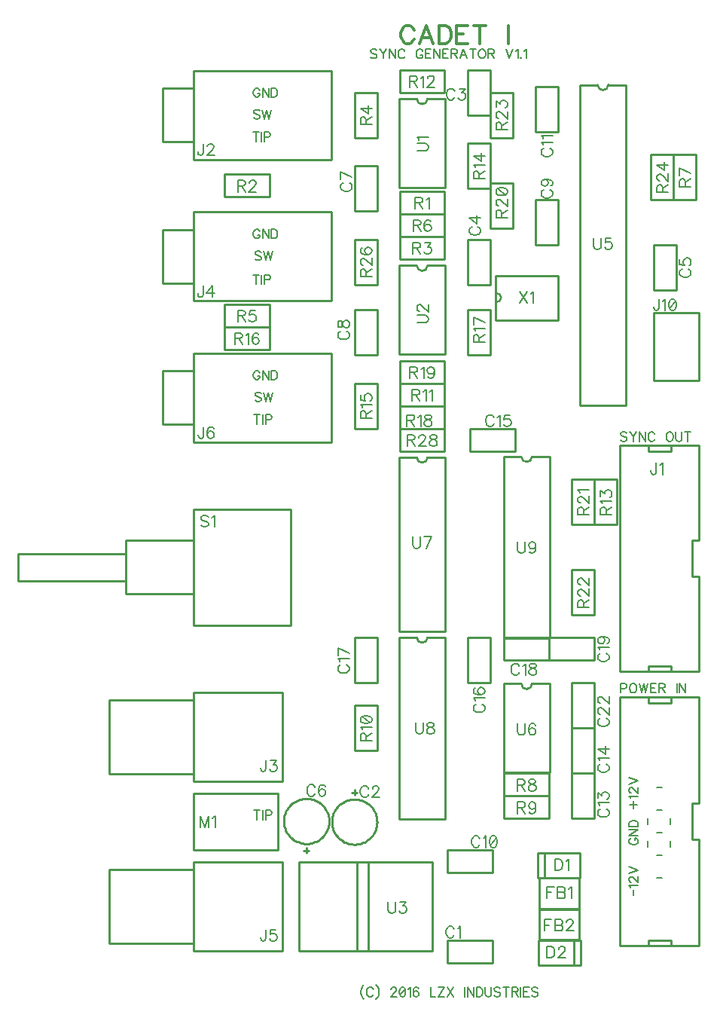
<source format=gbr>
G04 DipTrace 3.0.0.0*
G04 LZX-C1-PCB-V1.1TopSilk.gbr*
%MOIN*%
G04 #@! TF.FileFunction,Legend,Top*
G04 #@! TF.Part,Single*
%ADD10C,0.009843*%
%ADD18C,0.007*%
%ADD102C,0.00772*%
%ADD103C,0.012351*%
%ADD104C,0.006176*%
%FSLAX26Y26*%
G04*
G70*
G90*
G75*
G01*
G04 TopSilk*
%LPD*%
X1719000Y581500D2*
D10*
X1519000D1*
Y681500D1*
X1719000D1*
Y581500D1*
X1094700Y1334857D2*
X1118300D1*
X1106500Y1346699D2*
Y1323014D1*
X1006500Y1204947D2*
X1006744Y1211918D1*
X1007473Y1218856D1*
X1008685Y1225725D1*
X1010374Y1232494D1*
X1012531Y1239128D1*
X1015145Y1245596D1*
X1018205Y1251866D1*
X1021695Y1257907D1*
X1025598Y1263690D1*
X1029896Y1269187D1*
X1034566Y1274371D1*
X1039587Y1279216D1*
X1044934Y1283700D1*
X1050581Y1287801D1*
X1056500Y1291497D1*
X1062663Y1294772D1*
X1069039Y1297609D1*
X1075598Y1299995D1*
X1082308Y1301918D1*
X1089135Y1303368D1*
X1096047Y1304339D1*
X1103010Y1304826D1*
X1109990D1*
X1116953Y1304339D1*
X1123865Y1303368D1*
X1130692Y1301918D1*
X1137402Y1299995D1*
X1143961Y1297609D1*
X1150337Y1294772D1*
X1156500Y1291497D1*
X1162419Y1287801D1*
X1168066Y1283700D1*
X1173413Y1279216D1*
X1178434Y1274371D1*
X1183104Y1269187D1*
X1187402Y1263690D1*
X1191305Y1257907D1*
X1194795Y1251866D1*
X1197855Y1245596D1*
X1200469Y1239128D1*
X1202626Y1232494D1*
X1204315Y1225725D1*
X1205527Y1218856D1*
X1206256Y1211918D1*
X1206500Y1204947D1*
X1206256Y1197975D1*
X1205527Y1191038D1*
X1204315Y1184168D1*
X1202626Y1177399D1*
X1200469Y1170765D1*
X1197855Y1164297D1*
X1194795Y1158028D1*
X1191305Y1151986D1*
X1187402Y1146203D1*
X1183104Y1140706D1*
X1178434Y1135522D1*
X1173413Y1130677D1*
X1168066Y1126193D1*
X1162419Y1122093D1*
X1156500Y1118396D1*
X1150337Y1115121D1*
X1143961Y1112284D1*
X1137402Y1109898D1*
X1130692Y1107975D1*
X1123865Y1106525D1*
X1116953Y1105554D1*
X1109990Y1105067D1*
X1103010D1*
X1096047Y1105554D1*
X1089135Y1106525D1*
X1082308Y1107975D1*
X1075598Y1109898D1*
X1069039Y1112284D1*
X1062663Y1115121D1*
X1056500Y1118396D1*
X1050581Y1122093D1*
X1044934Y1126193D1*
X1039587Y1130677D1*
X1034566Y1135522D1*
X1029896Y1140706D1*
X1025598Y1146203D1*
X1021695Y1151986D1*
X1018205Y1158028D1*
X1015145Y1164297D1*
X1012531Y1170765D1*
X1010374Y1177399D1*
X1008685Y1184168D1*
X1007473Y1191038D1*
X1006744Y1197975D1*
X1006500Y1204947D1*
X1606500Y4331500D2*
X1706500D1*
Y4531500D1*
X1606500D1*
Y4331500D1*
Y3581500D2*
X1706500D1*
Y3781500D1*
X1606500D1*
Y3581500D1*
X2431500Y3556500D2*
X2531500D1*
Y3756500D1*
X2431500D1*
Y3556500D1*
X905800Y1078143D2*
X882200D1*
X894000Y1066301D2*
Y1089986D1*
X794000Y1208053D2*
X794244Y1215025D1*
X794973Y1221962D1*
X796185Y1228832D1*
X797874Y1235601D1*
X800031Y1242235D1*
X802645Y1248703D1*
X805705Y1254972D1*
X809195Y1261014D1*
X813098Y1266797D1*
X817396Y1272294D1*
X822066Y1277478D1*
X827087Y1282323D1*
X832434Y1286807D1*
X838081Y1290907D1*
X844000Y1294604D1*
X850163Y1297879D1*
X856539Y1300716D1*
X863098Y1303102D1*
X869808Y1305025D1*
X876635Y1306475D1*
X883547Y1307446D1*
X890510Y1307933D1*
X897490D1*
X904453Y1307446D1*
X911365Y1306475D1*
X918192Y1305025D1*
X924902Y1303102D1*
X931461Y1300716D1*
X937837Y1297879D1*
X944000Y1294604D1*
X949919Y1290907D1*
X955566Y1286807D1*
X960913Y1282323D1*
X965934Y1277478D1*
X970604Y1272294D1*
X974902Y1266797D1*
X978805Y1261014D1*
X982295Y1254972D1*
X985355Y1248703D1*
X987969Y1242235D1*
X990126Y1235601D1*
X991815Y1228832D1*
X993027Y1221962D1*
X993756Y1215025D1*
X994000Y1208053D1*
X993756Y1201082D1*
X993027Y1194144D1*
X991815Y1187275D1*
X990126Y1180506D1*
X987969Y1173872D1*
X985355Y1167404D1*
X982295Y1161134D1*
X978805Y1155093D1*
X974902Y1149310D1*
X970604Y1143813D1*
X965934Y1138629D1*
X960913Y1133784D1*
X955566Y1129300D1*
X949919Y1125199D1*
X944000Y1121503D1*
X937837Y1118228D1*
X931461Y1115391D1*
X924902Y1113005D1*
X918192Y1111082D1*
X911365Y1109632D1*
X904453Y1108661D1*
X897490Y1108174D1*
X890510D1*
X883547Y1108661D1*
X876635Y1109632D1*
X869808Y1111082D1*
X863098Y1113005D1*
X856539Y1115391D1*
X850163Y1118228D1*
X844000Y1121503D1*
X838081Y1125199D1*
X832434Y1129300D1*
X827087Y1133784D1*
X822066Y1138629D1*
X817396Y1143813D1*
X813098Y1149310D1*
X809195Y1155093D1*
X805705Y1161134D1*
X802645Y1167404D1*
X800031Y1173872D1*
X797874Y1180506D1*
X796185Y1187275D1*
X794973Y1194144D1*
X794244Y1201082D1*
X794000Y1208053D1*
X1106500Y3906500D2*
X1206500D1*
Y4106500D1*
X1106500D1*
Y3906500D1*
X1206500Y3469000D2*
X1106500D1*
Y3269000D1*
X1206500D1*
Y3469000D1*
X1906500Y3756500D2*
X2006500D1*
Y3956500D1*
X1906500D1*
Y3756500D1*
X1719000Y981500D2*
X1519000D1*
Y1081500D1*
X1719000D1*
Y981500D1*
X1906500Y4256500D2*
X2006500D1*
Y4456500D1*
X1906500D1*
Y4256500D1*
X2169000Y1419000D2*
X2069000D1*
Y1219000D1*
X2169000D1*
Y1419000D1*
X2069000D2*
X2169000D1*
Y1619000D1*
X2069000D1*
Y1419000D1*
X1619000Y2944000D2*
X1819000D1*
Y2844000D1*
X1619000D1*
Y2944000D1*
X1706500Y2019000D2*
X1606500D1*
Y1819000D1*
X1706500D1*
Y2019000D1*
X1106500Y1819000D2*
X1206500D1*
Y2019000D1*
X1106500D1*
Y1819000D1*
X1969000Y1919000D2*
X1769000D1*
Y2019000D1*
X1969000D1*
Y1919000D1*
X2169000D2*
X1969000D1*
Y2019000D1*
X2169000D1*
Y1919000D1*
Y1819000D2*
X2069000D1*
Y1619000D1*
X2169000D1*
Y1819000D1*
X1918238Y957520D2*
Y1067756D1*
X1920296D2*
X2105418D1*
X1948079Y957520D2*
Y1067756D1*
X2105418Y957520D2*
Y1067756D1*
X1920296Y957520D2*
X2105418D1*
X2107486Y680163D2*
Y569927D1*
X2105428D2*
X1920306D1*
X2077645Y680163D2*
Y569927D1*
X1920306Y680163D2*
Y569927D1*
X2105428Y680163D2*
X1920306D1*
X2100861Y819625D2*
X1924853D1*
Y955625D2*
X1925343Y819625D1*
X2100861Y955625D2*
X1924853D1*
X2100861D2*
Y819625D1*
Y682110D2*
X1924853D1*
Y818110D2*
X1925343Y682110D1*
X2100861Y818110D2*
X1924853D1*
X2100861D2*
Y682110D1*
X2506550Y1894300D2*
Y1869000D1*
X2406450Y1894300D2*
X2506550D1*
X2406450D2*
Y1869000D1*
X2506550Y2869000D2*
Y2843700D1*
X2406450D2*
X2506550D1*
X2406450Y2869000D2*
Y2843700D1*
X2281500Y2869000D2*
X2631500D1*
X2281500Y1869000D2*
X2631500D1*
X2281500Y2869000D2*
Y1869000D1*
X2601400Y2288700D2*
X2631500D1*
X2601400Y2449300D2*
Y2288700D1*
Y2449300D2*
X2631500D1*
Y2869000D2*
Y2449300D1*
Y2288700D2*
Y1869000D1*
X1004728Y4528500D2*
X394522D1*
Y4134514D1*
X1004728D1*
Y4528500D1*
X256705Y4449515D2*
X394522D1*
Y4213499D1*
X256705D1*
Y4449515D1*
X788226Y1777838D2*
X394488D1*
Y1384162D1*
X788226D1*
Y1777838D1*
X394488Y1744369D2*
X20484D1*
Y1417631D1*
X394488D1*
Y1744369D1*
X1004728Y3903000D2*
X394522D1*
Y3509014D1*
X1004728D1*
Y3903000D1*
X256705Y3824015D2*
X394522D1*
Y3587999D1*
X256705D1*
Y3824015D1*
X788226Y1027838D2*
X394488D1*
Y634162D1*
X788226D1*
Y1027838D1*
X394488Y994369D2*
X20484D1*
Y667631D1*
X394488D1*
Y994369D1*
X1004728Y3278000D2*
X394522D1*
Y2884014D1*
X1004728D1*
Y3278000D1*
X256705Y3199015D2*
X394522D1*
Y2962999D1*
X256705D1*
Y3199015D1*
X2506550Y681300D2*
Y656000D1*
X2406450Y681300D2*
X2506550D1*
X2406450D2*
Y656000D1*
X2506550Y1756000D2*
Y1730700D1*
X2406450D2*
X2506550D1*
X2406450Y1756000D2*
Y1730700D1*
X2281500Y1756000D2*
X2631500D1*
X2281500Y656000D2*
X2631500D1*
X2281500Y1756000D2*
Y656000D1*
X2601400Y1125700D2*
X2631500D1*
X2601400Y1286300D2*
Y1125700D1*
Y1286300D2*
X2631500D1*
Y1756000D2*
Y1286300D1*
Y1125700D2*
Y656000D1*
Y3456500D2*
X2431500D1*
Y3156500D1*
X2631500D1*
Y3456500D1*
X769500Y1331000D2*
X394500D1*
Y1081000D1*
X769500D1*
Y1331000D1*
X1506326Y3894000D2*
X1306674D1*
Y3994000D2*
Y3894000D1*
X1506326Y3994000D2*
X1306674D1*
X1506326D2*
Y3894000D1*
X731326Y3969000D2*
X531674D1*
Y4069000D2*
Y3969000D1*
X731326Y4069000D2*
X531674D1*
X731326D2*
Y3969000D1*
X1306674Y3794000D2*
X1506326D1*
Y3694000D2*
Y3794000D1*
X1306674Y3694000D2*
X1506326D1*
X1306674D2*
Y3794000D1*
X1206500Y4431326D2*
Y4231674D1*
X1106500D2*
X1206500D1*
X1106500Y4431326D2*
Y4231674D1*
Y4431326D2*
X1206500D1*
X731326Y3394000D2*
X531674D1*
Y3494000D2*
Y3394000D1*
X731326Y3494000D2*
X531674D1*
X731326D2*
Y3394000D1*
X1306674Y3894000D2*
X1506326D1*
Y3794000D2*
Y3894000D1*
X1306674Y3794000D2*
X1506326D1*
X1306674D2*
Y3894000D1*
X2619000Y4156326D2*
Y3956674D1*
X2519000D2*
X2619000D1*
X2519000Y4156326D2*
Y3956674D1*
Y4156326D2*
X2619000D1*
X1769174Y1419000D2*
X1968826D1*
Y1319000D2*
Y1419000D1*
X1769174Y1319000D2*
X1968826D1*
X1769174D2*
Y1419000D1*
Y1319000D2*
X1968826D1*
Y1219000D2*
Y1319000D1*
X1769174Y1219000D2*
X1968826D1*
X1769174D2*
Y1319000D1*
X1206500Y1718826D2*
Y1519174D1*
X1106500D2*
X1206500D1*
X1106500Y1718826D2*
Y1519174D1*
Y1718826D2*
X1206500D1*
X1306674Y3144000D2*
X1506326D1*
Y3044000D2*
Y3144000D1*
X1306674Y3044000D2*
X1506326D1*
X1306674D2*
Y3144000D1*
X1506326Y4431500D2*
X1306674D1*
Y4531500D2*
Y4431500D1*
X1506326Y4531500D2*
X1306674D1*
X1506326D2*
Y4431500D1*
X2269000Y2718826D2*
Y2519174D1*
X2169000D2*
X2269000D1*
X2169000Y2718826D2*
Y2519174D1*
Y2718826D2*
X2269000D1*
X1606500Y4006674D2*
Y4206326D1*
X1706500D2*
X1606500D1*
X1706500Y4006674D2*
Y4206326D1*
Y4006674D2*
X1606500D1*
X1106500Y2944174D2*
Y3143826D1*
X1206500D2*
X1106500D1*
X1206500Y2944174D2*
Y3143826D1*
Y2944174D2*
X1106500D1*
X731326Y3294000D2*
X531674D1*
Y3394000D2*
Y3294000D1*
X731326Y3394000D2*
X531674D1*
X731326D2*
Y3294000D1*
X1706500Y3468826D2*
Y3269174D1*
X1606500D2*
X1706500D1*
X1606500Y3468826D2*
Y3269174D1*
Y3468826D2*
X1706500D1*
X1506326Y2944000D2*
X1306674D1*
Y3044000D2*
Y2944000D1*
X1506326Y3044000D2*
X1306674D1*
X1506326D2*
Y2944000D1*
Y3144000D2*
X1306674D1*
Y3244000D2*
Y3144000D1*
X1506326Y3244000D2*
X1306674D1*
X1506326D2*
Y3144000D1*
X1806500Y4031326D2*
Y3831674D1*
X1706500D2*
X1806500D1*
X1706500Y4031326D2*
Y3831674D1*
Y4031326D2*
X1806500D1*
X2169000Y2718826D2*
Y2519174D1*
X2069000D2*
X2169000D1*
X2069000Y2718826D2*
Y2519174D1*
Y2718826D2*
X2169000D1*
Y2318826D2*
Y2119174D1*
X2069000D2*
X2169000D1*
X2069000Y2318826D2*
Y2119174D1*
Y2318826D2*
X2169000D1*
X1806500Y4431326D2*
Y4231674D1*
X1706500D2*
X1806500D1*
X1706500Y4431326D2*
Y4231674D1*
Y4431326D2*
X1806500D1*
X2519000Y4156326D2*
Y3956674D1*
X2419000D2*
X2519000D1*
X2419000Y4156326D2*
Y3956674D1*
Y4156326D2*
X2519000D1*
X1106500Y3581674D2*
Y3781326D1*
X1206500D2*
X1106500D1*
X1206500Y3581674D2*
Y3781326D1*
Y3581674D2*
X1106500D1*
X1506326Y2844000D2*
X1306674D1*
Y2944000D2*
Y2844000D1*
X1506326Y2944000D2*
X1306674D1*
X1506326D2*
Y2844000D1*
X823648Y2586906D2*
X394505D1*
Y2075094D1*
X823648D1*
Y2586906D1*
X394505Y2449126D2*
X94484D1*
Y2212874D1*
X394505D1*
Y2449126D1*
X94484Y2390063D2*
X-381484D1*
Y2271937D1*
X94484D1*
Y2390063D1*
X1508879Y4403350D2*
Y4009650D1*
X1304121D2*
X1508879D1*
X1304121Y4403350D2*
Y4009650D1*
Y4403350D2*
X1382857D1*
X1508879D2*
X1430143D1*
X1382857D2*
G03X1430143Y4403350I23643J21D01*
G01*
X1508879Y3665850D2*
Y3272150D1*
X1304121D2*
X1508879D1*
X1304121Y3665850D2*
Y3272150D1*
Y3665850D2*
X1382857D1*
X1508879D2*
X1430143D1*
X1382857D2*
G03X1430143Y3665850I23643J21D01*
G01*
X1117791Y634650D2*
Y1028350D1*
X1168968Y634650D2*
Y1024413D1*
X861911Y634650D2*
X1452463D1*
Y1028350D1*
X861911D1*
Y634650D1*
X2104136Y4465161D2*
Y3047839D1*
X2308864Y4465161D2*
Y3047839D1*
X2104136D2*
X2308864D1*
X2104136Y4465161D2*
X2182869D1*
X2308864D2*
X2230131D1*
X2182869D2*
G03X2230131Y4465161I23631J103D01*
G01*
X1971367Y1815850D2*
Y1422150D1*
X1766633D2*
X1971367D1*
X1766633Y1815850D2*
Y1422150D1*
Y1815850D2*
X1845374D1*
X1971367D2*
X1892626D1*
X1845374D2*
G03X1892626Y1815850I23626J4D01*
G01*
X1508867Y2817327D2*
Y2045673D1*
X1304133D2*
X1508867D1*
X1304133Y2817327D2*
Y2045673D1*
Y2817327D2*
X1382874D1*
X1508867D2*
X1430126D1*
X1382874D2*
G03X1430126Y2817327I23626J13D01*
G01*
X1508867Y2020575D2*
Y1217425D1*
X1304133D2*
X1508867D1*
X1304133Y2020575D2*
Y1217425D1*
Y2020575D2*
X1382874D1*
X1508867D2*
X1430126D1*
X1382874D2*
G03X1430126Y2020575I23626J13D01*
G01*
X1971367Y2820575D2*
Y2017425D1*
X1766633D2*
X1971367D1*
X1766633Y2820575D2*
Y2017425D1*
Y2820575D2*
X1845374D1*
X1971367D2*
X1892626D1*
X1845374D2*
G03X1892626Y2820575I23626J13D01*
G01*
X1731205Y3620480D2*
X2006795D1*
Y3423623D1*
X1731205D1*
Y3620480D1*
X1732224Y3542813D2*
G02X1733354Y3503810I3526J-19415D01*
G01*
X2443828Y1056618D2*
D18*
X2468828D1*
X2462577D1*
X2506328Y1094118D2*
Y1119118D1*
Y1194118D2*
Y1219118D1*
X2443828Y1256618D2*
X2468828D1*
X2443828Y1156618D2*
X2468828D1*
X2406328Y1094118D2*
Y1119118D1*
Y1194118D2*
Y1219118D1*
X2443828Y956618D2*
X2468828D1*
X2443828Y1356618D2*
X2468828D1*
X1548219Y730285D2*
D102*
X1545842Y735038D1*
X1541034Y739846D1*
X1536280Y742223D1*
X1526719D1*
X1521910Y739846D1*
X1517157Y735038D1*
X1514725Y730285D1*
X1512349Y723100D1*
Y711106D1*
X1514725Y703977D1*
X1517157Y699168D1*
X1521910Y694415D1*
X1526719Y691983D1*
X1536280D1*
X1541034Y694415D1*
X1545842Y699168D1*
X1548219Y703977D1*
X1563658Y732606D2*
X1568466Y735038D1*
X1575651Y742168D1*
Y691983D1*
X1168721Y1351726D2*
X1166344Y1356479D1*
X1161536Y1361287D1*
X1156782Y1363664D1*
X1147221D1*
X1142412Y1361287D1*
X1137659Y1356479D1*
X1135227Y1351726D1*
X1132851Y1344541D1*
Y1332547D1*
X1135227Y1325418D1*
X1137659Y1320609D1*
X1142412Y1315856D1*
X1147221Y1313424D1*
X1156782D1*
X1161536Y1315856D1*
X1166344Y1320609D1*
X1168721Y1325418D1*
X1186592Y1351671D2*
Y1354047D1*
X1188968Y1358856D1*
X1191345Y1361232D1*
X1196153Y1363609D1*
X1205715D1*
X1210468Y1361232D1*
X1212845Y1358856D1*
X1215277Y1354047D1*
Y1349294D1*
X1212845Y1344485D1*
X1208092Y1337356D1*
X1184160Y1313424D1*
X1217653D1*
X1549979Y4436551D2*
X1547603Y4441304D1*
X1542794Y4446113D1*
X1538041Y4448489D1*
X1528479D1*
X1523671Y4446113D1*
X1518918Y4441304D1*
X1516486Y4436551D1*
X1514109Y4429366D1*
Y4417373D1*
X1516486Y4410243D1*
X1518918Y4405435D1*
X1523671Y4400681D1*
X1528479Y4398249D1*
X1538041D1*
X1542794Y4400681D1*
X1547603Y4405435D1*
X1549979Y4410243D1*
X1570227Y4448434D2*
X1596480D1*
X1582165Y4429311D1*
X1589350D1*
X1594103Y4426934D1*
X1596480Y4424558D1*
X1598912Y4417373D1*
Y4412620D1*
X1596480Y4405435D1*
X1591727Y4400626D1*
X1584542Y4398249D1*
X1577357D1*
X1570227Y4400626D1*
X1567850Y4403058D1*
X1565418Y4407811D1*
X1626470Y3836261D2*
X1621717Y3833884D1*
X1616908Y3829076D1*
X1614532Y3824323D1*
Y3814761D1*
X1616908Y3809953D1*
X1621717Y3805199D1*
X1626470Y3802767D1*
X1633655Y3800391D1*
X1645648D1*
X1652778Y3802767D1*
X1657587Y3805199D1*
X1662340Y3809953D1*
X1664772Y3814761D1*
Y3824323D1*
X1662340Y3829076D1*
X1657587Y3833884D1*
X1652778Y3836261D1*
X1664772Y3875632D2*
X1614587D1*
X1648025Y3851700D1*
Y3887570D1*
X2557715Y3649969D2*
X2552962Y3647592D1*
X2548154Y3642784D1*
X2545777Y3638031D1*
Y3628469D1*
X2548154Y3623661D1*
X2552962Y3618907D1*
X2557715Y3616475D1*
X2564900Y3614099D1*
X2576894D1*
X2584023Y3616475D1*
X2588832Y3618907D1*
X2593585Y3623660D1*
X2596017Y3628469D1*
Y3638031D1*
X2593585Y3642784D1*
X2588832Y3647592D1*
X2584024Y3649969D1*
X2545832Y3694093D2*
Y3670216D1*
X2567332Y3667840D1*
X2564956Y3670216D1*
X2562524Y3677401D1*
Y3684531D1*
X2564956Y3691716D1*
X2569709Y3696525D1*
X2576894Y3698901D1*
X2581647D1*
X2588832Y3696525D1*
X2593640Y3691716D1*
X2596017Y3684531D1*
Y3677401D1*
X2593640Y3670216D1*
X2591209Y3667840D1*
X2586455Y3665408D1*
X932437Y1356756D2*
X930060Y1361509D1*
X925252Y1366318D1*
X920498Y1368694D1*
X910937D1*
X906128Y1366318D1*
X901375Y1361509D1*
X898943Y1356756D1*
X896567Y1349571D1*
Y1337577D1*
X898943Y1330448D1*
X901375Y1325639D1*
X906128Y1320886D1*
X910937Y1318454D1*
X920498D1*
X925252Y1320886D1*
X930060Y1325639D1*
X932437Y1330448D1*
X976561Y1361509D2*
X974184Y1366262D1*
X966999Y1368639D1*
X962246D1*
X955061Y1366262D1*
X950252Y1359077D1*
X947876Y1347139D1*
Y1335201D1*
X950252Y1325639D1*
X955061Y1320831D1*
X962246Y1318454D1*
X964622D1*
X971752Y1320831D1*
X976561Y1325639D1*
X978937Y1332824D1*
Y1335201D1*
X976561Y1342386D1*
X971752Y1347139D1*
X964622Y1349516D1*
X962246D1*
X955061Y1347139D1*
X950252Y1342386D1*
X947876Y1335201D1*
X1057726Y4031202D2*
X1052973Y4028826D1*
X1048164Y4024017D1*
X1045787Y4019264D1*
Y4009703D1*
X1048164Y4004894D1*
X1052972Y4000141D1*
X1057726Y3997709D1*
X1064911Y3995332D1*
X1076904D1*
X1084034Y3997709D1*
X1088842Y4000141D1*
X1093596Y4004894D1*
X1096027Y4009703D1*
Y4019264D1*
X1093596Y4024017D1*
X1088842Y4028826D1*
X1084034Y4031202D1*
X1096027Y4056203D2*
X1045843Y4080135D1*
Y4046642D1*
X1045220Y3374977D2*
X1040467Y3372600D1*
X1035659Y3367792D1*
X1033282Y3363039D1*
Y3353477D1*
X1035659Y3348668D1*
X1040467Y3343915D1*
X1045220Y3341483D1*
X1052405Y3339107D1*
X1064399D1*
X1071529Y3341483D1*
X1076337Y3343915D1*
X1081090Y3348668D1*
X1083522Y3353477D1*
Y3363038D1*
X1081090Y3367792D1*
X1076337Y3372600D1*
X1071529Y3374977D1*
X1033338Y3402354D2*
X1035714Y3395224D1*
X1040467Y3392793D1*
X1045276D1*
X1050029Y3395224D1*
X1052461Y3399978D1*
X1054837Y3409539D1*
X1057214Y3416724D1*
X1062022Y3421477D1*
X1066776Y3423854D1*
X1073961D1*
X1078714Y3421477D1*
X1081146Y3419101D1*
X1083522Y3411916D1*
Y3402354D1*
X1081146Y3395224D1*
X1078714Y3392792D1*
X1073961Y3390416D1*
X1066776D1*
X1062022Y3392793D1*
X1057214Y3397601D1*
X1054837Y3404731D1*
X1052461Y3414292D1*
X1050029Y3419101D1*
X1045276Y3421477D1*
X1040467D1*
X1035714Y3419101D1*
X1033338Y3411916D1*
Y3402354D1*
X1945215Y4001157D2*
X1940462Y3998780D1*
X1935654Y3993972D1*
X1933277Y3989219D1*
Y3979657D1*
X1935654Y3974849D1*
X1940462Y3970096D1*
X1945215Y3967664D1*
X1952400Y3965287D1*
X1964394D1*
X1971523Y3967664D1*
X1976332Y3970096D1*
X1981085Y3974849D1*
X1983517Y3979657D1*
Y3989219D1*
X1981085Y3993972D1*
X1976332Y3998780D1*
X1971524Y4001157D1*
X1950024Y4047713D2*
X1957209Y4045281D1*
X1962017Y4040528D1*
X1964394Y4033343D1*
Y4030966D1*
X1962017Y4023781D1*
X1957209Y4019028D1*
X1950024Y4016596D1*
X1947647D1*
X1940462Y4019028D1*
X1935709Y4023781D1*
X1933332Y4030966D1*
Y4033343D1*
X1935709Y4040528D1*
X1940462Y4045281D1*
X1950024Y4047713D1*
X1962017D1*
X1973955Y4045281D1*
X1981140Y4040528D1*
X1983517Y4033343D1*
Y4028590D1*
X1981140Y4021405D1*
X1976332Y4019028D1*
X1661252Y1130285D2*
X1658876Y1135038D1*
X1654067Y1139846D1*
X1649314Y1142223D1*
X1639752D1*
X1634944Y1139846D1*
X1630191Y1135038D1*
X1627759Y1130285D1*
X1625382Y1123100D1*
Y1111106D1*
X1627759Y1103977D1*
X1630191Y1099168D1*
X1634944Y1094415D1*
X1639752Y1091983D1*
X1649314D1*
X1654067Y1094415D1*
X1658876Y1099168D1*
X1661252Y1103977D1*
X1676692Y1132606D2*
X1681500Y1135038D1*
X1688685Y1142168D1*
Y1091983D1*
X1718494Y1142168D2*
X1711309Y1139791D1*
X1706501Y1132606D1*
X1704124Y1120668D1*
Y1113483D1*
X1706501Y1101545D1*
X1711309Y1094360D1*
X1718494Y1091983D1*
X1723248D1*
X1730433Y1094360D1*
X1735186Y1101545D1*
X1737618Y1113483D1*
Y1120668D1*
X1735186Y1132606D1*
X1730433Y1139791D1*
X1723248Y1142168D1*
X1718494D1*
X1735186Y1132606D2*
X1706501Y1101545D1*
X1945215Y4184502D2*
X1940462Y4182126D1*
X1935654Y4177317D1*
X1933277Y4172564D1*
Y4163003D1*
X1935654Y4158194D1*
X1940462Y4153441D1*
X1945215Y4151009D1*
X1952400Y4148632D1*
X1964394D1*
X1971523Y4151009D1*
X1976332Y4153441D1*
X1981085Y4158194D1*
X1983517Y4163002D1*
Y4172564D1*
X1981085Y4177317D1*
X1976332Y4182126D1*
X1971524Y4184502D1*
X1942894Y4199942D2*
X1940462Y4204750D1*
X1933332Y4211935D1*
X1983517D1*
X1942894Y4227374D2*
X1940462Y4232183D1*
X1933332Y4239368D1*
X1983517D1*
X2195215Y1261252D2*
X2190462Y1258876D1*
X2185654Y1254067D1*
X2183277Y1249314D1*
Y1239753D1*
X2185654Y1234944D1*
X2190462Y1230191D1*
X2195215Y1227759D1*
X2202400Y1225383D1*
X2214394D1*
X2221523Y1227759D1*
X2226332Y1230191D1*
X2231085Y1234944D1*
X2233517Y1239753D1*
Y1249314D1*
X2231085Y1254067D1*
X2226332Y1258876D1*
X2221524Y1261252D1*
X2192894Y1276692D2*
X2190462Y1281500D1*
X2183332Y1288685D1*
X2233517D1*
X2183332Y1308933D2*
Y1335186D1*
X2202456Y1320871D1*
Y1328056D1*
X2204832Y1332809D1*
X2207209Y1335186D1*
X2214394Y1337618D1*
X2219147D1*
X2226332Y1335186D1*
X2231140Y1330433D1*
X2233517Y1323248D1*
Y1316063D1*
X2231140Y1308933D1*
X2228709Y1306556D1*
X2223955Y1304124D1*
X2195215Y1460064D2*
X2190462Y1457688D1*
X2185654Y1452879D1*
X2183277Y1448126D1*
Y1438564D1*
X2185654Y1433756D1*
X2190462Y1429003D1*
X2195215Y1426571D1*
X2202400Y1424194D1*
X2214394D1*
X2221523Y1426571D1*
X2226332Y1429003D1*
X2231085Y1433756D1*
X2233517Y1438564D1*
Y1448126D1*
X2231085Y1452879D1*
X2226332Y1457687D1*
X2221524Y1460064D1*
X2192894Y1475503D2*
X2190462Y1480312D1*
X2183332Y1487497D1*
X2233517D1*
Y1526868D2*
X2183332D1*
X2216770Y1502936D1*
Y1538806D1*
X1723752Y2992785D2*
X1721376Y2997538D1*
X1716567Y3002346D1*
X1711814Y3004723D1*
X1702252D1*
X1697444Y3002346D1*
X1692691Y2997538D1*
X1690259Y2992785D1*
X1687882Y2985600D1*
Y2973606D1*
X1690259Y2966477D1*
X1692691Y2961668D1*
X1697444Y2956915D1*
X1702252Y2954483D1*
X1711814D1*
X1716567Y2956915D1*
X1721376Y2961668D1*
X1723752Y2966477D1*
X1739192Y2995106D2*
X1744000Y2997538D1*
X1751185Y3004668D1*
Y2954483D1*
X1795309Y3004668D2*
X1771433D1*
X1769056Y2983168D1*
X1771433Y2985545D1*
X1778618Y2987976D1*
X1785748D1*
X1792933Y2985545D1*
X1797741Y2980791D1*
X1800118Y2973606D1*
Y2968853D1*
X1797741Y2961668D1*
X1792933Y2956860D1*
X1785748Y2954483D1*
X1778618D1*
X1771433Y2956860D1*
X1769056Y2959292D1*
X1766624Y2964045D1*
X1645215Y1724968D2*
X1640462Y1722592D1*
X1635654Y1717783D1*
X1633277Y1713030D1*
Y1703469D1*
X1635654Y1698660D1*
X1640462Y1693907D1*
X1645215Y1691475D1*
X1652400Y1689098D1*
X1664394D1*
X1671523Y1691475D1*
X1676332Y1693907D1*
X1681085Y1698660D1*
X1683517Y1703468D1*
Y1713030D1*
X1681085Y1717783D1*
X1676332Y1722592D1*
X1671524Y1724968D1*
X1642894Y1740408D2*
X1640462Y1745216D1*
X1633332Y1752401D1*
X1683517D1*
X1640462Y1796525D2*
X1635709Y1794149D1*
X1633332Y1786964D1*
Y1782210D1*
X1635709Y1775025D1*
X1642894Y1770217D1*
X1654832Y1767840D1*
X1666770D1*
X1676332Y1770217D1*
X1681140Y1775025D1*
X1683517Y1782210D1*
Y1784587D1*
X1681140Y1791717D1*
X1676332Y1796525D1*
X1669147Y1798902D1*
X1666770D1*
X1659585Y1796525D1*
X1654832Y1791717D1*
X1652456Y1784587D1*
Y1782210D1*
X1654832Y1775025D1*
X1659585Y1770217D1*
X1666770Y1767840D1*
X1045215Y1898752D2*
X1040462Y1896376D1*
X1035654Y1891567D1*
X1033277Y1886814D1*
Y1877253D1*
X1035654Y1872444D1*
X1040462Y1867691D1*
X1045215Y1865259D1*
X1052400Y1862883D1*
X1064394D1*
X1071523Y1865259D1*
X1076332Y1867691D1*
X1081085Y1872444D1*
X1083517Y1877253D1*
Y1886814D1*
X1081085Y1891567D1*
X1076332Y1896376D1*
X1071524Y1898752D1*
X1042894Y1914192D2*
X1040462Y1919000D1*
X1033332Y1926185D1*
X1083517D1*
Y1951186D2*
X1033332Y1975118D1*
Y1941624D1*
X1836280Y1892785D2*
X1833903Y1897538D1*
X1829095Y1902346D1*
X1824342Y1904723D1*
X1814780D1*
X1809972Y1902346D1*
X1805218Y1897538D1*
X1802787Y1892785D1*
X1800410Y1885600D1*
Y1873606D1*
X1802787Y1866477D1*
X1805218Y1861668D1*
X1809972Y1856915D1*
X1814780Y1854483D1*
X1824342D1*
X1829095Y1856915D1*
X1833903Y1861668D1*
X1836280Y1866477D1*
X1851719Y1895106D2*
X1856528Y1897538D1*
X1863713Y1904668D1*
Y1854483D1*
X1891090Y1904668D2*
X1883960Y1902291D1*
X1881529Y1897538D1*
Y1892730D1*
X1883960Y1887976D1*
X1888714Y1885545D1*
X1898275Y1883168D1*
X1905460Y1880791D1*
X1910213Y1875983D1*
X1912590Y1871230D1*
Y1864045D1*
X1910213Y1859292D1*
X1907837Y1856860D1*
X1900652Y1854483D1*
X1891090D1*
X1883960Y1856860D1*
X1881529Y1859292D1*
X1879152Y1864045D1*
Y1871230D1*
X1881529Y1875983D1*
X1886337Y1880791D1*
X1893467Y1883168D1*
X1903028Y1885545D1*
X1907837Y1887976D1*
X1910213Y1892730D1*
Y1897538D1*
X1907837Y1902291D1*
X1900652Y1904668D1*
X1891090D1*
X2195215Y1949941D2*
X2190462Y1947564D1*
X2185654Y1942756D1*
X2183277Y1938002D1*
Y1928441D1*
X2185654Y1923632D1*
X2190462Y1918879D1*
X2195215Y1916447D1*
X2202400Y1914071D1*
X2214394D1*
X2221523Y1916447D1*
X2226332Y1918879D1*
X2231085Y1923632D1*
X2233517Y1928441D1*
Y1938002D1*
X2231085Y1942756D1*
X2226332Y1947564D1*
X2221524Y1949941D1*
X2192894Y1965380D2*
X2190462Y1970188D1*
X2183332Y1977373D1*
X2233517D1*
X2200024Y2023929D2*
X2207209Y2021497D1*
X2212017Y2016744D1*
X2214394Y2009559D1*
Y2007183D1*
X2212017Y1999998D1*
X2207209Y1995244D1*
X2200024Y1992813D1*
X2197647D1*
X2190462Y1995244D1*
X2185709Y1999998D1*
X2183332Y2007183D1*
Y2009559D1*
X2185709Y2016744D1*
X2190462Y2021498D1*
X2200024Y2023929D1*
X2212017D1*
X2223955Y2021497D1*
X2231140Y2016744D1*
X2233517Y2009559D1*
Y2004806D1*
X2231140Y1997621D1*
X2226332Y1995244D1*
X2195215Y1663002D2*
X2190462Y1660626D1*
X2185654Y1655817D1*
X2183277Y1651064D1*
Y1641503D1*
X2185654Y1636694D1*
X2190462Y1631941D1*
X2195215Y1629509D1*
X2202400Y1627133D1*
X2214394D1*
X2221523Y1629509D1*
X2226332Y1631941D1*
X2231085Y1636694D1*
X2233517Y1641503D1*
Y1651064D1*
X2231085Y1655817D1*
X2226332Y1660626D1*
X2221524Y1663002D1*
X2195270Y1680874D2*
X2192894D1*
X2188085Y1683250D1*
X2185709Y1685627D1*
X2183332Y1690435D1*
Y1699997D1*
X2185709Y1704750D1*
X2188085Y1707127D1*
X2192894Y1709558D1*
X2197647D1*
X2202456Y1707127D1*
X2209585Y1702373D1*
X2233517Y1678442D1*
Y1711935D1*
X2195270Y1729806D2*
X2192894D1*
X2188085Y1732183D1*
X2185709Y1734559D1*
X2183332Y1739368D1*
Y1748929D1*
X2185709Y1753683D1*
X2188085Y1756059D1*
X2192894Y1758491D1*
X2197647D1*
X2202455Y1756059D1*
X2209585Y1751306D1*
X2233517Y1727374D1*
Y1760868D1*
X1994895Y1040968D2*
Y990728D1*
X2011642D1*
X2018827Y993160D1*
X2023635Y997914D1*
X2026012Y1002722D1*
X2028389Y1009852D1*
Y1021845D1*
X2026012Y1029030D1*
X2023635Y1033783D1*
X2018827Y1038592D1*
X2011642Y1040968D1*
X1994895D1*
X2043828Y1031352D2*
X2048636Y1033783D1*
X2055821Y1040913D1*
Y990728D1*
X1959153Y653375D2*
Y603135D1*
X1975900D1*
X1983085Y605567D1*
X1987893Y610320D1*
X1990270Y615129D1*
X1992647Y622259D1*
Y634252D1*
X1990270Y641437D1*
X1987893Y646190D1*
X1983085Y650999D1*
X1975900Y653375D1*
X1959153D1*
X2010518Y641382D2*
Y643758D1*
X2012894Y648567D1*
X2015271Y650943D1*
X2020079Y653320D1*
X2029641D1*
X2034394Y650943D1*
X2036771Y648567D1*
X2039203Y643758D1*
Y639005D1*
X2036771Y634197D1*
X2032017Y627067D1*
X2008086Y603135D1*
X2041579D1*
X1990233Y916336D2*
X1959116D1*
Y866096D1*
Y892404D2*
X1978239D1*
X2005672Y916336D2*
Y866096D1*
X2027227D1*
X2034412Y868528D1*
X2036789Y870904D1*
X2039165Y875658D1*
Y882843D1*
X2036789Y887651D1*
X2034412Y890028D1*
X2027227Y892404D1*
X2034412Y894836D1*
X2036789Y897213D1*
X2039165Y901966D1*
Y906774D1*
X2036789Y911527D1*
X2034412Y913959D1*
X2027227Y916336D1*
X2005672D1*
Y892404D2*
X2027227D1*
X2054604Y906719D2*
X2059413Y909151D1*
X2066598Y916281D1*
Y866096D1*
X1979483Y772571D2*
X1948366D1*
Y722331D1*
Y748639D2*
X1967489D1*
X1994922Y772571D2*
Y722331D1*
X2016477D1*
X2023662Y724763D1*
X2026039Y727139D1*
X2028415Y731892D1*
Y739078D1*
X2026039Y743886D1*
X2023662Y746263D1*
X2016477Y748639D1*
X2023662Y751071D1*
X2026039Y753448D1*
X2028415Y758201D1*
Y763009D1*
X2026039Y767762D1*
X2023662Y770194D1*
X2016477Y772571D1*
X1994922D1*
Y748639D2*
X2016477D1*
X2046286Y760577D2*
Y762954D1*
X2048663Y767762D1*
X2051040Y770139D1*
X2055848Y772516D1*
X2065410D1*
X2070163Y770139D1*
X2072539Y767762D1*
X2074971Y762954D1*
Y758201D1*
X2072539Y753392D1*
X2067786Y746263D1*
X2043855Y722331D1*
X2077348D1*
X2442249Y2792223D2*
Y2753977D1*
X2439873Y2746792D1*
X2437441Y2744415D1*
X2432688Y2741983D1*
X2427879D1*
X2423126Y2744415D1*
X2420750Y2746792D1*
X2418318Y2753977D1*
Y2758730D1*
X2457689Y2782606D2*
X2462497Y2785038D1*
X2469682Y2792168D1*
Y2741983D1*
X437767Y4204079D2*
Y4165832D1*
X435391Y4158647D1*
X432959Y4156271D1*
X428206Y4153839D1*
X423397D1*
X418644Y4156271D1*
X416267Y4158647D1*
X413836Y4165832D1*
Y4170585D1*
X455638Y4192085D2*
Y4194462D1*
X458015Y4199270D1*
X460392Y4201647D1*
X465200Y4204023D1*
X474762D1*
X479515Y4201647D1*
X481891Y4199270D1*
X484323Y4194462D1*
Y4189709D1*
X481891Y4184900D1*
X477138Y4177770D1*
X453207Y4153839D1*
X486700D1*
X715169Y1477648D2*
Y1439402D1*
X712792Y1432217D1*
X710360Y1429840D1*
X705607Y1427408D1*
X700799D1*
X696046Y1429840D1*
X693669Y1432217D1*
X691237Y1439402D1*
Y1444155D1*
X735417Y1477593D2*
X761670D1*
X747355Y1458470D1*
X754540D1*
X759293Y1456093D1*
X761670Y1453717D1*
X764101Y1446532D1*
Y1441778D1*
X761670Y1434593D1*
X756916Y1429785D1*
X749731Y1427408D1*
X742546D1*
X735417Y1429785D1*
X733040Y1432217D1*
X730608Y1436970D1*
X437163Y3576223D2*
Y3537977D1*
X434786Y3530792D1*
X432355Y3528415D1*
X427601Y3525983D1*
X422793D1*
X418040Y3528415D1*
X415663Y3530792D1*
X413231Y3537977D1*
Y3542730D1*
X476534Y3525983D2*
Y3576168D1*
X452602Y3542730D1*
X488472D1*
X715169Y727648D2*
Y689402D1*
X712792Y682217D1*
X710360Y679840D1*
X705607Y677408D1*
X700799D1*
X696046Y679840D1*
X693669Y682217D1*
X691237Y689402D1*
Y694155D1*
X759293Y727593D2*
X735417D1*
X733040Y706093D1*
X735417Y708470D1*
X742602Y710902D1*
X749731D1*
X756916Y708470D1*
X761725Y703717D1*
X764101Y696532D1*
Y691778D1*
X761725Y684593D1*
X756916Y679785D1*
X749731Y677408D1*
X742602D1*
X735417Y679785D1*
X733040Y682217D1*
X730608Y686970D1*
X439567Y2951223D2*
Y2912977D1*
X437191Y2905792D1*
X434759Y2903415D1*
X430006Y2900983D1*
X425197D1*
X420444Y2903415D1*
X418067Y2905792D1*
X415635Y2912977D1*
Y2917730D1*
X483691Y2944038D2*
X481315Y2948791D1*
X474130Y2951168D1*
X469377D1*
X462191Y2948791D1*
X457383Y2941606D1*
X455006Y2929668D1*
Y2917730D1*
X457383Y2908168D1*
X462191Y2903360D1*
X469377Y2900983D1*
X471753D1*
X478883Y2903360D1*
X483691Y2908168D1*
X486068Y2915353D1*
Y2917730D1*
X483691Y2924915D1*
X478883Y2929668D1*
X471753Y2932045D1*
X469377D1*
X462191Y2929668D1*
X457383Y2924915D1*
X455006Y2917730D1*
X2455283Y3517223D2*
Y3478977D1*
X2452907Y3471792D1*
X2450475Y3469415D1*
X2445722Y3466983D1*
X2440913D1*
X2436160Y3469415D1*
X2433783Y3471792D1*
X2431351Y3478977D1*
Y3483730D1*
X2470722Y3507606D2*
X2475531Y3510038D1*
X2482716Y3517168D1*
Y3466983D1*
X2512525Y3517168D2*
X2505340Y3514791D1*
X2500532Y3507606D1*
X2498155Y3495668D1*
Y3488483D1*
X2500532Y3476545D1*
X2505340Y3469360D1*
X2512525Y3466983D1*
X2517278D1*
X2524463Y3469360D1*
X2529217Y3476545D1*
X2531649Y3488483D1*
Y3495668D1*
X2529217Y3507606D1*
X2524463Y3514791D1*
X2517278Y3517168D1*
X2512525D1*
X2529217Y3507606D2*
X2500532Y3476545D1*
X462407Y1178983D2*
Y1229223D1*
X443284Y1178983D1*
X424160Y1229223D1*
Y1178983D1*
X477846Y1219606D2*
X482655Y1222038D1*
X489840Y1229168D1*
Y1178983D1*
X1376037Y3943291D2*
X1397537D1*
X1404722Y3945723D1*
X1407154Y3948100D1*
X1409530Y3952853D1*
Y3957661D1*
X1407154Y3962415D1*
X1404722Y3964846D1*
X1397537Y3967223D1*
X1376037D1*
Y3916983D1*
X1392784Y3943291D2*
X1409530Y3916983D1*
X1424970Y3957606D2*
X1429778Y3960038D1*
X1436963Y3967168D1*
Y3916983D1*
X590287Y4018291D2*
X611787D1*
X618972Y4020723D1*
X621404Y4023100D1*
X623780Y4027853D1*
Y4032661D1*
X621404Y4037415D1*
X618972Y4039846D1*
X611787Y4042223D1*
X590287D1*
Y3991983D1*
X607034Y4018291D2*
X623780Y3991983D1*
X641651Y4030230D2*
Y4032606D1*
X644028Y4037415D1*
X646405Y4039791D1*
X651213Y4042168D1*
X660775D1*
X665528Y4039791D1*
X667905Y4037415D1*
X670336Y4032606D1*
Y4027853D1*
X667905Y4023045D1*
X663151Y4015915D1*
X639220Y3991983D1*
X672713D1*
X1365287Y3743291D2*
X1386787D1*
X1393972Y3745723D1*
X1396404Y3748100D1*
X1398780Y3752853D1*
Y3757661D1*
X1396404Y3762415D1*
X1393972Y3764846D1*
X1386787Y3767223D1*
X1365287D1*
Y3716983D1*
X1382034Y3743291D2*
X1398780Y3716983D1*
X1419028Y3767168D2*
X1445281D1*
X1430966Y3748045D1*
X1438151D1*
X1442905Y3745668D1*
X1445281Y3743291D1*
X1447713Y3736106D1*
Y3731353D1*
X1445281Y3724168D1*
X1440528Y3719360D1*
X1433343Y3716983D1*
X1426158D1*
X1419028Y3719360D1*
X1416651Y3721792D1*
X1414220Y3726545D1*
X1157209Y4289099D2*
Y4310599D1*
X1154777Y4317784D1*
X1152400Y4320216D1*
X1147647Y4322592D1*
X1142839D1*
X1138085Y4320216D1*
X1135654Y4317784D1*
X1133277Y4310599D1*
Y4289099D1*
X1183517D1*
X1157209Y4305846D2*
X1183517Y4322592D1*
Y4361963D2*
X1133332D1*
X1166770Y4338031D1*
Y4373901D1*
X590287Y3443291D2*
X611787D1*
X618972Y3445723D1*
X621404Y3448100D1*
X623780Y3452853D1*
Y3457661D1*
X621404Y3462415D1*
X618972Y3464846D1*
X611787Y3467223D1*
X590287D1*
Y3416983D1*
X607034Y3443291D2*
X623780Y3416983D1*
X667905Y3467168D2*
X644028D1*
X641651Y3445668D1*
X644028Y3448045D1*
X651213Y3450476D1*
X658343D1*
X665528Y3448045D1*
X670336Y3443291D1*
X672713Y3436106D1*
Y3431353D1*
X670336Y3424168D1*
X665528Y3419360D1*
X658343Y3416983D1*
X651213D1*
X644028Y3419360D1*
X641651Y3421792D1*
X639220Y3426545D1*
X1366503Y3843291D2*
X1388003D1*
X1395188Y3845723D1*
X1397620Y3848100D1*
X1399996Y3852853D1*
Y3857661D1*
X1397620Y3862415D1*
X1395188Y3864846D1*
X1388003Y3867223D1*
X1366503D1*
Y3816983D1*
X1383250Y3843291D2*
X1399996Y3816983D1*
X1444120Y3860038D2*
X1441744Y3864791D1*
X1434559Y3867168D1*
X1429806D1*
X1422621Y3864791D1*
X1417812Y3857606D1*
X1415436Y3845668D1*
Y3833730D1*
X1417812Y3824168D1*
X1422621Y3819360D1*
X1429806Y3816983D1*
X1432182D1*
X1439312Y3819360D1*
X1444120Y3824168D1*
X1446497Y3831353D1*
Y3833730D1*
X1444120Y3840915D1*
X1439312Y3845668D1*
X1432182Y3848045D1*
X1429806D1*
X1422621Y3845668D1*
X1417812Y3840915D1*
X1415436Y3833730D1*
X2569709Y4015287D2*
Y4036787D1*
X2567277Y4043972D1*
X2564900Y4046404D1*
X2560147Y4048780D1*
X2555339D1*
X2550585Y4046404D1*
X2548154Y4043972D1*
X2545777Y4036787D1*
Y4015287D1*
X2596017D1*
X2569709Y4032034D2*
X2596017Y4048780D1*
Y4073781D2*
X2545832Y4097713D1*
Y4064220D1*
X1827815Y1368291D2*
X1849315D1*
X1856500Y1370723D1*
X1858931Y1373100D1*
X1861308Y1377853D1*
Y1382661D1*
X1858931Y1387415D1*
X1856500Y1389846D1*
X1849315Y1392223D1*
X1827815D1*
Y1341983D1*
X1844561Y1368291D2*
X1861308Y1341983D1*
X1888685Y1392168D2*
X1881556Y1389791D1*
X1879124Y1385038D1*
Y1380230D1*
X1881556Y1375476D1*
X1886309Y1373045D1*
X1895871Y1370668D1*
X1903056Y1368291D1*
X1907809Y1363483D1*
X1910185Y1358730D1*
Y1351545D1*
X1907809Y1346792D1*
X1905432Y1344360D1*
X1898247Y1341983D1*
X1888685D1*
X1881556Y1344360D1*
X1879124Y1346792D1*
X1876747Y1351545D1*
Y1358730D1*
X1879124Y1363483D1*
X1883932Y1368291D1*
X1891062Y1370668D1*
X1900624Y1373045D1*
X1905432Y1375476D1*
X1907809Y1380230D1*
Y1385038D1*
X1905432Y1389791D1*
X1898247Y1392168D1*
X1888685D1*
X1828975Y1268291D2*
X1850475D1*
X1857660Y1270723D1*
X1860092Y1273100D1*
X1862469Y1277853D1*
Y1282661D1*
X1860092Y1287415D1*
X1857660Y1289846D1*
X1850475Y1292223D1*
X1828975D1*
Y1241983D1*
X1845722Y1268291D2*
X1862469Y1241983D1*
X1909025Y1275476D2*
X1906593Y1268291D1*
X1901840Y1263483D1*
X1894655Y1261106D1*
X1892278D1*
X1885093Y1263483D1*
X1880340Y1268291D1*
X1877908Y1275476D1*
Y1277853D1*
X1880340Y1285038D1*
X1885093Y1289791D1*
X1892278Y1292168D1*
X1894655D1*
X1901840Y1289791D1*
X1906593Y1285038D1*
X1909025Y1275476D1*
Y1263483D1*
X1906593Y1251545D1*
X1901840Y1244360D1*
X1894655Y1241983D1*
X1889901D1*
X1882716Y1244360D1*
X1880340Y1249168D1*
X1157209Y1564071D2*
Y1585571D1*
X1154777Y1592756D1*
X1152400Y1595188D1*
X1147647Y1597564D1*
X1142839D1*
X1138085Y1595188D1*
X1135654Y1592756D1*
X1133277Y1585571D1*
Y1564071D1*
X1183517D1*
X1157209Y1580817D2*
X1183517Y1597564D1*
X1142894Y1613003D2*
X1140462Y1617812D1*
X1133332Y1624997D1*
X1183517D1*
X1133332Y1654806D2*
X1135709Y1647621D1*
X1142894Y1642813D1*
X1154832Y1640436D1*
X1162017D1*
X1173955Y1642813D1*
X1181140Y1647621D1*
X1183517Y1654806D1*
Y1659559D1*
X1181140Y1666744D1*
X1173955Y1671497D1*
X1162017Y1673929D1*
X1154832D1*
X1142894Y1671497D1*
X1135709Y1666744D1*
X1133332Y1659559D1*
Y1654806D1*
X1142894Y1671497D2*
X1173955Y1642813D1*
X1362321Y3093291D2*
X1383820D1*
X1391005Y3095723D1*
X1393437Y3098100D1*
X1395814Y3102853D1*
Y3107661D1*
X1393437Y3112415D1*
X1391005Y3114846D1*
X1383820Y3117223D1*
X1362321D1*
Y3066983D1*
X1379067Y3093291D2*
X1395814Y3066983D1*
X1411253Y3107606D2*
X1416062Y3110038D1*
X1423247Y3117168D1*
Y3066983D1*
X1438686Y3107606D2*
X1443494Y3110038D1*
X1450679Y3117168D1*
Y3066983D1*
X1351571Y4480791D2*
X1373071D1*
X1380256Y4483223D1*
X1382687Y4485600D1*
X1385064Y4490353D1*
Y4495161D1*
X1382687Y4499915D1*
X1380256Y4502346D1*
X1373071Y4504723D1*
X1351571D1*
Y4454483D1*
X1368317Y4480791D2*
X1385064Y4454483D1*
X1400503Y4495106D2*
X1405312Y4497538D1*
X1412497Y4504668D1*
Y4454483D1*
X1430368Y4492730D2*
Y4495106D1*
X1432744Y4499915D1*
X1435121Y4502291D1*
X1439929Y4504668D1*
X1449491D1*
X1454244Y4502291D1*
X1456621Y4499915D1*
X1459053Y4495106D1*
Y4490353D1*
X1456621Y4485545D1*
X1451868Y4478415D1*
X1427936Y4454483D1*
X1461429D1*
X2219709Y2564071D2*
Y2585571D1*
X2217277Y2592756D1*
X2214900Y2595188D1*
X2210147Y2597564D1*
X2205339D1*
X2200585Y2595188D1*
X2198154Y2592756D1*
X2195777Y2585571D1*
Y2564071D1*
X2246017D1*
X2219709Y2580817D2*
X2246017Y2597564D1*
X2205394Y2613003D2*
X2202962Y2617812D1*
X2195832Y2624997D1*
X2246017D1*
X2195832Y2645244D2*
Y2671498D1*
X2214956Y2657183D1*
Y2664368D1*
X2217332Y2669121D1*
X2219709Y2671497D1*
X2226894Y2673929D1*
X2231647D1*
X2238832Y2671497D1*
X2243640Y2666744D1*
X2246017Y2659559D1*
Y2652374D1*
X2243640Y2645244D1*
X2241209Y2642868D1*
X2236455Y2640436D1*
X1657209Y4050383D2*
Y4071882D1*
X1654777Y4079067D1*
X1652400Y4081499D1*
X1647647Y4083876D1*
X1642839D1*
X1638085Y4081499D1*
X1635654Y4079067D1*
X1633277Y4071882D1*
Y4050383D1*
X1683517D1*
X1657209Y4067129D2*
X1683517Y4083876D1*
X1642894Y4099315D2*
X1640462Y4104123D1*
X1633332Y4111309D1*
X1683517Y4111308D1*
Y4150679D2*
X1633332D1*
X1666770Y4126748D1*
Y4162618D1*
X1157209Y2989071D2*
Y3010571D1*
X1154777Y3017756D1*
X1152400Y3020188D1*
X1147647Y3022564D1*
X1142839D1*
X1138085Y3020188D1*
X1135654Y3017756D1*
X1133277Y3010571D1*
Y2989071D1*
X1183517D1*
X1157209Y3005817D2*
X1183517Y3022564D1*
X1142894Y3038003D2*
X1140462Y3042812D1*
X1133332Y3049997D1*
X1183517D1*
X1133332Y3094121D2*
Y3070244D1*
X1154832Y3067868D1*
X1152456Y3070244D1*
X1150024Y3077430D1*
Y3084559D1*
X1152456Y3091744D1*
X1157209Y3096553D1*
X1164394Y3098929D1*
X1169147D1*
X1176332Y3096553D1*
X1181140Y3091744D1*
X1183517Y3084559D1*
Y3077429D1*
X1181140Y3070244D1*
X1178709Y3067868D1*
X1173955Y3065436D1*
X577787Y3343291D2*
X599286D1*
X606471Y3345723D1*
X608903Y3348100D1*
X611280Y3352853D1*
Y3357661D1*
X608903Y3362415D1*
X606471Y3364846D1*
X599286Y3367223D1*
X577787D1*
Y3316983D1*
X594533Y3343291D2*
X611280Y3316983D1*
X626719Y3357606D2*
X631528Y3360038D1*
X638713Y3367168D1*
Y3316983D1*
X682837Y3360038D2*
X680460Y3364791D1*
X673275Y3367168D1*
X668522D1*
X661337Y3364791D1*
X656529Y3357606D1*
X654152Y3345668D1*
Y3333730D1*
X656529Y3324168D1*
X661337Y3319360D1*
X668522Y3316983D1*
X670899D1*
X678028Y3319360D1*
X682837Y3324168D1*
X685213Y3331353D1*
Y3333730D1*
X682837Y3340915D1*
X678028Y3345668D1*
X670899Y3348045D1*
X668522D1*
X661337Y3345668D1*
X656529Y3340915D1*
X654152Y3333730D1*
X1657209Y3326571D2*
Y3348071D1*
X1654777Y3355256D1*
X1652400Y3357688D1*
X1647647Y3360064D1*
X1642839D1*
X1638085Y3357688D1*
X1635654Y3355256D1*
X1633277Y3348071D1*
Y3326571D1*
X1683517D1*
X1657209Y3343317D2*
X1683517Y3360064D1*
X1642894Y3375503D2*
X1640462Y3380312D1*
X1633332Y3387497D1*
X1683517D1*
Y3412498D2*
X1633332Y3436429D1*
Y3402936D1*
X1339098Y2980791D2*
X1360598D1*
X1367783Y2983223D1*
X1370215Y2985600D1*
X1372592Y2990353D1*
Y2995161D1*
X1370215Y2999915D1*
X1367783Y3002346D1*
X1360598Y3004723D1*
X1339098D1*
Y2954483D1*
X1355845Y2980791D2*
X1372592Y2954483D1*
X1388031Y2995106D2*
X1392839Y2997538D1*
X1400024Y3004668D1*
Y2954483D1*
X1427402Y3004668D2*
X1420272Y3002291D1*
X1417840Y2997538D1*
Y2992730D1*
X1420272Y2987976D1*
X1425025Y2985545D1*
X1434587Y2983168D1*
X1441772Y2980791D1*
X1446525Y2975983D1*
X1448902Y2971230D1*
Y2964045D1*
X1446525Y2959292D1*
X1444149Y2956860D1*
X1436963Y2954483D1*
X1427402D1*
X1420272Y2956860D1*
X1417840Y2959292D1*
X1415464Y2964045D1*
Y2971230D1*
X1417840Y2975983D1*
X1422649Y2980791D1*
X1429778Y2983168D1*
X1439340Y2985545D1*
X1444149Y2987976D1*
X1446525Y2992730D1*
Y2997538D1*
X1444149Y3002291D1*
X1436963Y3004668D1*
X1427402D1*
X1352759Y3193291D2*
X1374259D1*
X1381444Y3195723D1*
X1383876Y3198100D1*
X1386252Y3202853D1*
Y3207661D1*
X1383876Y3212415D1*
X1381444Y3214846D1*
X1374259Y3217223D1*
X1352759D1*
Y3166983D1*
X1369506Y3193291D2*
X1386252Y3166983D1*
X1401692Y3207606D2*
X1406500Y3210038D1*
X1413685Y3217168D1*
Y3166983D1*
X1460241Y3200476D2*
X1457809Y3193291D1*
X1453056Y3188483D1*
X1445871Y3186106D1*
X1443494D1*
X1436309Y3188483D1*
X1431556Y3193291D1*
X1429124Y3200476D1*
Y3202853D1*
X1431556Y3210038D1*
X1436309Y3214791D1*
X1443494Y3217168D1*
X1445871D1*
X1453056Y3214791D1*
X1457809Y3210038D1*
X1460241Y3200476D1*
Y3188483D1*
X1457809Y3176545D1*
X1453056Y3169360D1*
X1445871Y3166983D1*
X1441118D1*
X1433933Y3169360D1*
X1431556Y3174168D1*
X1757209Y3878321D2*
Y3899821D1*
X1754777Y3907006D1*
X1752400Y3909438D1*
X1747647Y3911814D1*
X1742839D1*
X1738085Y3909438D1*
X1735654Y3907006D1*
X1733277Y3899821D1*
Y3878321D1*
X1783517D1*
X1757209Y3895068D2*
X1783517Y3911814D1*
X1745270Y3929685D2*
X1742894D1*
X1738085Y3932062D1*
X1735709Y3934438D1*
X1733332Y3939247D1*
Y3948809D1*
X1735709Y3953562D1*
X1738085Y3955938D1*
X1742894Y3958370D1*
X1747647D1*
X1752456Y3955938D1*
X1759585Y3951185D1*
X1783517Y3927253D1*
Y3960747D1*
X1733332Y3990556D2*
X1735709Y3983371D1*
X1742894Y3978563D1*
X1754832Y3976186D1*
X1762017D1*
X1773955Y3978563D1*
X1781140Y3983371D1*
X1783517Y3990556D1*
Y3995309D1*
X1781140Y4002494D1*
X1773955Y4007247D1*
X1762017Y4009679D1*
X1754832D1*
X1742894Y4007247D1*
X1735709Y4002494D1*
X1733332Y3995309D1*
Y3990556D1*
X1742894Y4007247D2*
X1773955Y3978563D1*
X2119709Y2564071D2*
Y2585571D1*
X2117277Y2592756D1*
X2114900Y2595188D1*
X2110147Y2597564D1*
X2105339D1*
X2100585Y2595188D1*
X2098154Y2592756D1*
X2095777Y2585571D1*
Y2564071D1*
X2146017D1*
X2119709Y2580817D2*
X2146017Y2597564D1*
X2107770Y2615435D2*
X2105394D1*
X2100585Y2617812D1*
X2098209Y2620188D1*
X2095832Y2624997D1*
Y2634558D1*
X2098209Y2639312D1*
X2100585Y2641688D1*
X2105394Y2644120D1*
X2110147D1*
X2114956Y2641688D1*
X2122085Y2636935D1*
X2146017Y2613003D1*
Y2646497D1*
X2105394Y2661936D2*
X2102962Y2666744D1*
X2095832Y2673929D1*
X2146017D1*
X2119709Y2153321D2*
Y2174821D1*
X2117277Y2182006D1*
X2114900Y2184438D1*
X2110147Y2186814D1*
X2105339D1*
X2100585Y2184438D1*
X2098154Y2182006D1*
X2095777Y2174821D1*
Y2153321D1*
X2146017D1*
X2119709Y2170068D2*
X2146017Y2186814D1*
X2107770Y2204685D2*
X2105394D1*
X2100585Y2207062D1*
X2098209Y2209438D1*
X2095832Y2214247D1*
Y2223809D1*
X2098209Y2228562D1*
X2100585Y2230938D1*
X2105394Y2233370D1*
X2110147D1*
X2114956Y2230938D1*
X2122085Y2226185D1*
X2146017Y2202253D1*
Y2235747D1*
X2107770Y2253618D2*
X2105394D1*
X2100585Y2255994D1*
X2098209Y2258371D1*
X2095832Y2263179D1*
Y2272741D1*
X2098209Y2277494D1*
X2100585Y2279871D1*
X2105394Y2282303D1*
X2110147D1*
X2114955Y2279871D1*
X2122085Y2275118D1*
X2146017Y2251186D1*
Y2284679D1*
X1757209Y4265821D2*
Y4287321D1*
X1754777Y4294506D1*
X1752400Y4296938D1*
X1747647Y4299314D1*
X1742839D1*
X1738085Y4296938D1*
X1735654Y4294506D1*
X1733277Y4287321D1*
Y4265821D1*
X1783517D1*
X1757209Y4282568D2*
X1783517Y4299314D1*
X1745270Y4317185D2*
X1742894D1*
X1738085Y4319562D1*
X1735709Y4321938D1*
X1733332Y4326747D1*
Y4336309D1*
X1735709Y4341062D1*
X1738085Y4343438D1*
X1742894Y4345870D1*
X1747647D1*
X1752456Y4343438D1*
X1759585Y4338685D1*
X1783517Y4314753D1*
Y4348247D1*
X1733332Y4368494D2*
Y4394747D1*
X1752456Y4380433D1*
X1752455Y4387618D1*
X1754832Y4392371D1*
X1757209Y4394747D1*
X1764394Y4397179D1*
X1769147D1*
X1776332Y4394747D1*
X1781140Y4389994D1*
X1783517Y4382809D1*
Y4375624D1*
X1781140Y4368494D1*
X1778709Y4366118D1*
X1773955Y4363686D1*
X2469709Y3989633D2*
Y4011132D1*
X2467277Y4018317D1*
X2464900Y4020749D1*
X2460147Y4023126D1*
X2455339D1*
X2450585Y4020749D1*
X2448154Y4018317D1*
X2445777Y4011132D1*
Y3989633D1*
X2496017D1*
X2469709Y4006379D2*
X2496017Y4023126D1*
X2457770Y4040997D2*
X2455394D1*
X2450585Y4043374D1*
X2448209Y4045750D1*
X2445832Y4050559D1*
Y4060120D1*
X2448209Y4064873D1*
X2450585Y4067250D1*
X2455394Y4069682D1*
X2460147D1*
X2464956Y4067250D1*
X2472085Y4062497D1*
X2496017Y4038565D1*
Y4072058D1*
Y4111429D2*
X2445832D1*
X2479270Y4087498D1*
Y4123368D1*
X1157209Y3617037D2*
Y3638537D1*
X1154777Y3645722D1*
X1152400Y3648154D1*
X1147647Y3650530D1*
X1142839D1*
X1138085Y3648154D1*
X1135654Y3645722D1*
X1133277Y3638537D1*
Y3617037D1*
X1183517D1*
X1157209Y3633783D2*
X1183517Y3650530D1*
X1145270Y3668401D2*
X1142894D1*
X1138085Y3670778D1*
X1135709Y3673154D1*
X1133332Y3677963D1*
Y3687524D1*
X1135709Y3692278D1*
X1138085Y3694654D1*
X1142894Y3697086D1*
X1147647D1*
X1152456Y3694654D1*
X1159585Y3689901D1*
X1183517Y3665969D1*
Y3699463D1*
X1140462Y3743587D2*
X1135709Y3741210D1*
X1133332Y3734025D1*
Y3729272D1*
X1135709Y3722087D1*
X1142894Y3717278D1*
X1154832Y3714902D1*
X1166770D1*
X1176332Y3717278D1*
X1181140Y3722087D1*
X1183517Y3729272D1*
Y3731649D1*
X1181140Y3738778D1*
X1176332Y3743587D1*
X1169147Y3745963D1*
X1166770D1*
X1159585Y3743587D1*
X1154832Y3738778D1*
X1152456Y3731649D1*
Y3729272D1*
X1154832Y3722087D1*
X1159585Y3717278D1*
X1166770Y3714902D1*
X1340848Y2893291D2*
X1362348D1*
X1369533Y2895723D1*
X1371965Y2898100D1*
X1374342Y2902853D1*
Y2907661D1*
X1371965Y2912415D1*
X1369533Y2914846D1*
X1362348Y2917223D1*
X1340848D1*
Y2866983D1*
X1357595Y2893291D2*
X1374342Y2866983D1*
X1392213Y2905230D2*
Y2907606D1*
X1394589Y2912415D1*
X1396966Y2914791D1*
X1401774Y2917168D1*
X1411336D1*
X1416089Y2914791D1*
X1418466Y2912415D1*
X1420898Y2907606D1*
Y2902853D1*
X1418466Y2898045D1*
X1413713Y2890915D1*
X1389781Y2866983D1*
X1423274D1*
X1450652Y2917168D2*
X1443522Y2914791D1*
X1441090Y2910038D1*
Y2905230D1*
X1443522Y2900476D1*
X1448275Y2898045D1*
X1457837Y2895668D1*
X1465022Y2893291D1*
X1469775Y2888483D1*
X1472152Y2883730D1*
Y2876545D1*
X1469775Y2871792D1*
X1467398Y2869360D1*
X1460213Y2866983D1*
X1450652D1*
X1443522Y2869360D1*
X1441090Y2871792D1*
X1438714Y2876545D1*
Y2883730D1*
X1441090Y2888483D1*
X1445899Y2893291D1*
X1453028Y2895668D1*
X1462590Y2898045D1*
X1467398Y2900476D1*
X1469775Y2905230D1*
Y2910038D1*
X1467398Y2914791D1*
X1460213Y2917168D1*
X1450652D1*
X460030Y2552944D2*
X455277Y2557752D1*
X448092Y2560129D1*
X438530D1*
X431345Y2557752D1*
X426537Y2552944D1*
Y2548190D1*
X428969Y2543382D1*
X431345Y2541005D1*
X436099Y2538629D1*
X450469Y2533820D1*
X455277Y2531444D1*
X457654Y2529012D1*
X460030Y2524259D1*
Y2517074D1*
X455277Y2512320D1*
X448092Y2509889D1*
X438530D1*
X431345Y2512320D1*
X426537Y2517074D1*
X475470Y2550512D2*
X480278Y2552944D1*
X487463Y2560073D1*
Y2509889D1*
X1383277Y4172861D2*
X1419147D1*
X1426332Y4175238D1*
X1431085Y4180046D1*
X1433517Y4187231D1*
Y4191984D1*
X1431085Y4199169D1*
X1426332Y4203978D1*
X1419147Y4206355D1*
X1383277D1*
X1392894Y4221794D2*
X1390462Y4226602D1*
X1383332Y4233787D1*
X1433517D1*
X1383277Y3412138D2*
X1419147D1*
X1426332Y3414514D1*
X1431085Y3419323D1*
X1433517Y3426508D1*
Y3431261D1*
X1431085Y3438446D1*
X1426332Y3443254D1*
X1419147Y3445631D1*
X1383277D1*
X1395270Y3463502D2*
X1392894D1*
X1388085Y3465879D1*
X1385709Y3468255D1*
X1383332Y3473064D1*
Y3482625D1*
X1385709Y3487378D1*
X1388085Y3489755D1*
X1392894Y3492187D1*
X1397647D1*
X1402456Y3489755D1*
X1409585Y3485002D1*
X1433517Y3461070D1*
Y3494563D1*
X1255443Y851573D2*
Y815704D1*
X1257820Y808519D1*
X1262628Y803765D1*
X1269813Y801333D1*
X1274566D1*
X1281752Y803765D1*
X1286560Y808519D1*
X1288937Y815704D1*
Y851573D1*
X1309184Y851518D2*
X1335437D1*
X1321122Y832395D1*
X1328307D1*
X1333061Y830018D1*
X1335437Y827642D1*
X1337869Y820457D1*
Y815704D1*
X1335437Y808519D1*
X1330684Y803710D1*
X1323499Y801333D1*
X1316314D1*
X1309184Y803710D1*
X1306808Y806142D1*
X1304376Y810895D1*
X2165287Y3788384D2*
Y3752515D1*
X2167664Y3745330D1*
X2172472Y3740576D1*
X2179657Y3738144D1*
X2184410D1*
X2191595Y3740576D1*
X2196404Y3745330D1*
X2198780Y3752515D1*
Y3788384D1*
X2242905Y3788329D2*
X2219028D1*
X2216651Y3766829D1*
X2219028Y3769206D1*
X2226213Y3771638D1*
X2233343D1*
X2240528Y3769206D1*
X2245336Y3764453D1*
X2247713Y3757268D1*
Y3752515D1*
X2245336Y3745330D1*
X2240528Y3740521D1*
X2233343Y3738144D1*
X2226213D1*
X2219028Y3740521D1*
X2216651Y3742953D1*
X2214220Y3747706D1*
X1829003Y1639073D2*
Y1603204D1*
X1831380Y1596019D1*
X1836188Y1591265D1*
X1843373Y1588833D1*
X1848126D1*
X1855311Y1591265D1*
X1860120Y1596019D1*
X1862496Y1603204D1*
Y1639073D1*
X1906620Y1631888D2*
X1904244Y1636642D1*
X1897059Y1639018D1*
X1892306D1*
X1885121Y1636642D1*
X1880312Y1629457D1*
X1877936Y1617518D1*
Y1605580D1*
X1880312Y1596019D1*
X1885121Y1591210D1*
X1892306Y1588833D1*
X1894682D1*
X1901812Y1591210D1*
X1906620Y1596019D1*
X1908997Y1603204D1*
Y1605580D1*
X1906620Y1612765D1*
X1901812Y1617518D1*
X1894682Y1619895D1*
X1892306D1*
X1885121Y1617518D1*
X1880312Y1612765D1*
X1877936Y1605580D1*
X1365287Y2465550D2*
Y2429680D1*
X1367664Y2422495D1*
X1372472Y2417742D1*
X1379657Y2415310D1*
X1384410D1*
X1391595Y2417742D1*
X1396404Y2422495D1*
X1398780Y2429680D1*
Y2465550D1*
X1423781Y2415310D2*
X1447713Y2465495D1*
X1414220D1*
X1377815Y1643798D2*
Y1607928D1*
X1380191Y1600743D1*
X1385000Y1595990D1*
X1392185Y1593558D1*
X1396938D1*
X1404123Y1595990D1*
X1408931Y1600743D1*
X1411308Y1607928D1*
Y1643798D1*
X1438685Y1643743D2*
X1431556Y1641366D1*
X1429124Y1636613D1*
Y1631804D1*
X1431556Y1627051D1*
X1436309Y1624619D1*
X1445871Y1622243D1*
X1453056Y1619866D1*
X1457809Y1615058D1*
X1460185Y1610305D1*
Y1603120D1*
X1457809Y1598366D1*
X1455432Y1595934D1*
X1448247Y1593558D1*
X1438685D1*
X1431556Y1595934D1*
X1429124Y1598366D1*
X1426747Y1603120D1*
Y1610305D1*
X1429124Y1615058D1*
X1433932Y1619866D1*
X1441062Y1622243D1*
X1450624Y1624619D1*
X1455432Y1627051D1*
X1457809Y1631804D1*
Y1636613D1*
X1455432Y1641366D1*
X1448247Y1643743D1*
X1438685D1*
X1828975Y2443798D2*
Y2407928D1*
X1831352Y2400743D1*
X1836160Y2395990D1*
X1843345Y2393558D1*
X1848099D1*
X1855284Y2395990D1*
X1860092Y2400743D1*
X1862469Y2407928D1*
Y2443798D1*
X1909025Y2427051D2*
X1906593Y2419866D1*
X1901840Y2415058D1*
X1894655Y2412681D1*
X1892278D1*
X1885093Y2415058D1*
X1880340Y2419866D1*
X1877908Y2427051D1*
Y2429428D1*
X1880340Y2436613D1*
X1885093Y2441366D1*
X1892278Y2443743D1*
X1894655D1*
X1901840Y2441366D1*
X1906593Y2436613D1*
X1909025Y2427051D1*
Y2415058D1*
X1906593Y2403120D1*
X1901840Y2395934D1*
X1894655Y2393558D1*
X1889901D1*
X1882716Y2395934D1*
X1880340Y2400743D1*
X1838537Y3550196D2*
X1872030Y3499956D1*
Y3550196D2*
X1838537Y3499956D1*
X1887470Y3540579D2*
X1892278Y3543010D1*
X1899463Y3550140D1*
Y3499956D1*
X1370068Y4708581D2*
D103*
X1366265Y4716186D1*
X1358572Y4723880D1*
X1350966Y4727682D1*
X1335668D1*
X1327974Y4723880D1*
X1320369Y4716186D1*
X1316478Y4708581D1*
X1312676Y4697085D1*
Y4677896D1*
X1316478Y4666488D1*
X1320369Y4658794D1*
X1327974Y4651189D1*
X1335668Y4647298D1*
X1350966D1*
X1358572Y4651189D1*
X1366265Y4658794D1*
X1370068Y4666488D1*
X1456053Y4647298D2*
X1425368Y4727682D1*
X1394770Y4647298D1*
X1406266Y4674093D2*
X1444557D1*
X1480756Y4727682D2*
Y4647298D1*
X1507551D1*
X1519047Y4651189D1*
X1526740Y4658794D1*
X1530543Y4666488D1*
X1534345Y4677896D1*
Y4697085D1*
X1530543Y4708581D1*
X1526740Y4716186D1*
X1519047Y4723880D1*
X1507551Y4727682D1*
X1480756D1*
X1608747D2*
X1559048D1*
Y4647298D1*
X1608747D1*
X1559048Y4689392D2*
X1589645D1*
X1660244Y4727682D2*
Y4647298D1*
X1633449Y4727682D2*
X1687039D1*
X1789503D2*
Y4647298D1*
X2341756Y880039D2*
D104*
Y902147D1*
X2329331Y914499D2*
X2327386Y918345D1*
X2321682Y924093D1*
X2361830D1*
X2331233Y938390D2*
X2329331D1*
X2325485Y940292D1*
X2323583Y942193D1*
X2321682Y946040D1*
Y953689D1*
X2323583Y957491D1*
X2325485Y959393D1*
X2329331Y961338D1*
X2333134D1*
X2336981Y959393D1*
X2342685Y955590D1*
X2361830Y936445D1*
Y963239D1*
X2321638Y975591D2*
X2361830Y990889D1*
X2321638Y1006188D1*
X2331286Y1132147D2*
X2327483Y1130246D1*
X2323636Y1126399D1*
X2321735Y1122597D1*
Y1114948D1*
X2323636Y1111101D1*
X2327483Y1107298D1*
X2331286Y1105353D1*
X2337034Y1103451D1*
X2346628D1*
X2352332Y1105353D1*
X2356179Y1107298D1*
X2359981Y1111101D1*
X2361927Y1114948D1*
Y1122597D1*
X2359982Y1126399D1*
X2356179Y1130246D1*
X2352332Y1132147D1*
X2346628D1*
Y1122597D1*
X2321735Y1171293D2*
X2361927D1*
X2321735Y1144499D1*
X2361927D1*
X2321735Y1183645D2*
X2361927D1*
Y1197042D1*
X2359981Y1202790D1*
X2356179Y1206637D1*
X2352332Y1208538D1*
X2346628Y1210439D1*
X2337034D1*
X2331286Y1208538D1*
X2327483Y1206637D1*
X2323636Y1202790D1*
X2321735Y1197042D1*
Y1183645D1*
X2324773Y1279377D2*
X2359217D1*
X2342017Y1262177D2*
Y1296621D1*
X2329570Y1308973D2*
X2327625Y1312819D1*
X2321921Y1318567D1*
X2362069D1*
X2331472Y1332864D2*
X2329570D1*
X2325723Y1334765D1*
X2323822Y1336667D1*
X2321921Y1340513D1*
Y1348163D1*
X2323822Y1351965D1*
X2325723Y1353867D1*
X2329570Y1355812D1*
X2333373D1*
X2337220Y1353867D1*
X2342923Y1350064D1*
X2362069Y1330919D1*
Y1357713D1*
X2321877Y1370065D2*
X2362069Y1385363D1*
X2321877Y1400662D1*
X2285352Y1795140D2*
X2302596D1*
X2308300Y1797041D1*
X2310245Y1798986D1*
X2312146Y1802789D1*
Y1808537D1*
X2310245Y1812340D1*
X2308300Y1814285D1*
X2302596Y1816186D1*
X2285352D1*
Y1775994D1*
X2335994Y1816186D2*
X2332147Y1814285D1*
X2328344Y1810438D1*
X2326399Y1806636D1*
X2324498Y1800888D1*
Y1791293D1*
X2326399Y1785589D1*
X2328344Y1781742D1*
X2332147Y1777940D1*
X2335994Y1775994D1*
X2343643D1*
X2347446Y1777940D1*
X2351292Y1781742D1*
X2353194Y1785589D1*
X2355095Y1791293D1*
Y1800888D1*
X2353194Y1806636D1*
X2351292Y1810438D1*
X2347446Y1814285D1*
X2343643Y1816186D1*
X2335994D1*
X2367446D2*
X2377041Y1775994D1*
X2386592Y1816186D1*
X2396142Y1775994D1*
X2405737Y1816186D1*
X2442938D2*
X2418088D1*
Y1775994D1*
X2442938D1*
X2418088Y1797041D2*
X2433387D1*
X2455289D2*
X2472489D1*
X2478237Y1798986D1*
X2480182Y1800888D1*
X2482084Y1804690D1*
Y1808537D1*
X2480182Y1812340D1*
X2478237Y1814285D1*
X2472489Y1816186D1*
X2455289D1*
Y1775994D1*
X2468686Y1797041D2*
X2482084Y1775994D1*
X2533316Y1816186D2*
Y1775994D1*
X2572462Y1816186D2*
Y1775994D1*
X2545667Y1816186D1*
Y1775994D1*
X676229Y1255413D2*
Y1215221D1*
X662832Y1255413D2*
X689627D1*
X701978D2*
Y1215221D1*
X714329Y1234367D2*
X731574D1*
X737277Y1236268D1*
X739223Y1238213D1*
X741124Y1242016D1*
Y1247764D1*
X739223Y1251567D1*
X737277Y1253512D1*
X731574Y1255413D1*
X714329D1*
Y1215221D1*
X1205913Y4616739D2*
X1202110Y4620586D1*
X1196362Y4622487D1*
X1188713D1*
X1182965Y4620586D1*
X1179118Y4616739D1*
Y4612936D1*
X1181064Y4609090D1*
X1182965Y4607188D1*
X1186767Y4605287D1*
X1198263Y4601440D1*
X1202110Y4599539D1*
X1204011Y4597593D1*
X1205913Y4593791D1*
Y4588043D1*
X1202110Y4584240D1*
X1196362Y4582295D1*
X1188713D1*
X1182965Y4584240D1*
X1179118Y4588043D1*
X1218264Y4622487D2*
X1233563Y4603341D1*
Y4582295D1*
X1248861Y4622487D2*
X1233563Y4603341D1*
X1288007Y4622487D2*
Y4582295D1*
X1261213Y4622487D1*
Y4582295D1*
X1329055Y4612936D2*
X1327153Y4616739D1*
X1323307Y4620586D1*
X1319504Y4622487D1*
X1311855D1*
X1308008Y4620586D1*
X1304206Y4616739D1*
X1302260Y4612936D1*
X1300359Y4607188D1*
Y4597593D1*
X1302260Y4591890D1*
X1304206Y4588043D1*
X1308008Y4584240D1*
X1311855Y4582295D1*
X1319504D1*
X1323307Y4584240D1*
X1327153Y4588043D1*
X1329055Y4591890D1*
X1408983Y4612936D2*
X1407082Y4616739D1*
X1403235Y4620586D1*
X1399432Y4622487D1*
X1391783D1*
X1387936Y4620586D1*
X1384134Y4616739D1*
X1382188Y4612936D1*
X1380287Y4607188D1*
Y4597593D1*
X1382188Y4591890D1*
X1384134Y4588043D1*
X1387936Y4584240D1*
X1391783Y4582295D1*
X1399432D1*
X1403235Y4584240D1*
X1407082Y4588043D1*
X1408983Y4591890D1*
Y4597593D1*
X1399432D1*
X1446183Y4622487D2*
X1421334D1*
Y4582295D1*
X1446183D1*
X1421334Y4603341D2*
X1436633D1*
X1485329Y4622487D2*
Y4582295D1*
X1458535Y4622487D1*
Y4582295D1*
X1522530Y4622487D2*
X1497681D1*
Y4582295D1*
X1522530D1*
X1497681Y4603341D2*
X1512979D1*
X1534881D2*
X1552081D1*
X1557829Y4605287D1*
X1559775Y4607188D1*
X1561676Y4610991D1*
Y4614838D1*
X1559775Y4618640D1*
X1557829Y4620586D1*
X1552081Y4622487D1*
X1534881D1*
Y4582295D1*
X1548279Y4603341D2*
X1561676Y4582295D1*
X1604669D2*
X1589326Y4622487D1*
X1574028Y4582295D1*
X1579776Y4595692D2*
X1598921D1*
X1630418Y4622487D2*
Y4582295D1*
X1617020Y4622487D2*
X1643815D1*
X1667662D2*
X1663816Y4620586D1*
X1660013Y4616739D1*
X1658068Y4612936D1*
X1656166Y4607188D1*
Y4597593D1*
X1658068Y4591890D1*
X1660013Y4588043D1*
X1663816Y4584240D1*
X1667662Y4582295D1*
X1675312D1*
X1679114Y4584240D1*
X1682961Y4588043D1*
X1684862Y4591890D1*
X1686764Y4597593D1*
Y4607188D1*
X1684862Y4612936D1*
X1682961Y4616739D1*
X1679114Y4620586D1*
X1675312Y4622487D1*
X1667662D1*
X1699115Y4603341D2*
X1716315D1*
X1722063Y4605287D1*
X1724008Y4607188D1*
X1725910Y4610991D1*
Y4614838D1*
X1724008Y4618640D1*
X1722063Y4620586D1*
X1716315Y4622487D1*
X1699115D1*
Y4582295D1*
X1712512Y4603341D2*
X1725910Y4582295D1*
X1777142Y4622487D2*
X1792440Y4582295D1*
X1807739Y4622487D1*
X1820090Y4614793D2*
X1823937Y4616739D1*
X1829685Y4622443D1*
Y4582295D1*
X1843938Y4586142D2*
X1842037Y4584196D1*
X1843938Y4582295D1*
X1845883Y4584196D1*
X1843938Y4586142D1*
X1858235Y4614793D2*
X1862082Y4616739D1*
X1867830Y4622443D1*
Y4582295D1*
X1148737Y482538D2*
X1144890Y478736D1*
X1141088Y472988D1*
X1137241Y465338D1*
X1135340Y455743D1*
Y448094D1*
X1137241Y438544D1*
X1141088Y430894D1*
X1144890Y425146D1*
X1148737Y421344D1*
X1189784Y462508D2*
X1187883Y466311D1*
X1184036Y470158D1*
X1180234Y472059D1*
X1172585D1*
X1168738Y470158D1*
X1164935Y466311D1*
X1162990Y462508D1*
X1161089Y456760D1*
Y447166D1*
X1162990Y441462D1*
X1164935Y437615D1*
X1168738Y433813D1*
X1172585Y431867D1*
X1180234D1*
X1184036Y433813D1*
X1187883Y437615D1*
X1189784Y441462D1*
X1202136Y482538D2*
X1205983Y478736D1*
X1209785Y472988D1*
X1213632Y465338D1*
X1215533Y455743D1*
Y448094D1*
X1213632Y438544D1*
X1209785Y430894D1*
X1205983Y425146D1*
X1202136Y421344D1*
X1268711Y462464D2*
Y464366D1*
X1270612Y468212D1*
X1272513Y470114D1*
X1276360Y472015D1*
X1284009D1*
X1287812Y470114D1*
X1289713Y468212D1*
X1291659Y464366D1*
Y460563D1*
X1289713Y456716D1*
X1285911Y451012D1*
X1266765Y431867D1*
X1293560D1*
X1317408Y472015D2*
X1311659Y470114D1*
X1307813Y464366D1*
X1305911Y454815D1*
Y449067D1*
X1307813Y439516D1*
X1311659Y433768D1*
X1317408Y431867D1*
X1321210D1*
X1326958Y433768D1*
X1330761Y439516D1*
X1332706Y449067D1*
Y454815D1*
X1330761Y464366D1*
X1326958Y470114D1*
X1321210Y472015D1*
X1317408D1*
X1330761Y464366D2*
X1307813Y439516D1*
X1345058Y464366D2*
X1348904Y466311D1*
X1354652Y472015D1*
Y431867D1*
X1389952Y466311D2*
X1388050Y470114D1*
X1382302Y472015D1*
X1378500D1*
X1372752Y470114D1*
X1368905Y464366D1*
X1367004Y454815D1*
Y445264D1*
X1368905Y437615D1*
X1372752Y433768D1*
X1378500Y431867D1*
X1380401D1*
X1386105Y433768D1*
X1389952Y437615D1*
X1391853Y443363D1*
Y445264D1*
X1389952Y451012D1*
X1386105Y454815D1*
X1380401Y456716D1*
X1378500D1*
X1372752Y454815D1*
X1368905Y451012D1*
X1367004Y445264D1*
X1443085Y472059D2*
Y431867D1*
X1466033D1*
X1478384Y472059D2*
X1505179D1*
X1478384Y431867D1*
X1505179D1*
X1517530Y472059D2*
X1544325Y431867D1*
Y472059D2*
X1517530Y431867D1*
X1595557Y472059D2*
Y431867D1*
X1634703Y472059D2*
Y431867D1*
X1607909Y472059D1*
Y431867D1*
X1647055Y472059D2*
Y431867D1*
X1660452D1*
X1666200Y433813D1*
X1670047Y437615D1*
X1671948Y441462D1*
X1673849Y447166D1*
Y456760D1*
X1671948Y462508D1*
X1670047Y466311D1*
X1666200Y470158D1*
X1660452Y472059D1*
X1647055D1*
X1686201D2*
Y443363D1*
X1688102Y437615D1*
X1691949Y433813D1*
X1697697Y431867D1*
X1701499D1*
X1707247Y433813D1*
X1711094Y437615D1*
X1712995Y443363D1*
Y472059D1*
X1752142Y466311D2*
X1748339Y470158D1*
X1742591Y472059D1*
X1734942D1*
X1729194Y470158D1*
X1725347Y466311D1*
Y462508D1*
X1727292Y458662D1*
X1729194Y456760D1*
X1732996Y454859D1*
X1744492Y451012D1*
X1748339Y449111D1*
X1750240Y447166D1*
X1752142Y443363D1*
Y437615D1*
X1748339Y433813D1*
X1742591Y431867D1*
X1734942D1*
X1729194Y433813D1*
X1725347Y437615D1*
X1777890Y472059D2*
Y431867D1*
X1764493Y472059D2*
X1791288D1*
X1803639Y452914D2*
X1820839D1*
X1826587Y454859D1*
X1828532Y456760D1*
X1830434Y460563D1*
Y464410D1*
X1828532Y468212D1*
X1826587Y470158D1*
X1820839Y472059D1*
X1803639D1*
Y431867D1*
X1817036Y452914D2*
X1830434Y431867D1*
X1842785Y472059D2*
Y431867D1*
X1879986Y472059D2*
X1855136D1*
Y431867D1*
X1879986D1*
X1855136Y452914D2*
X1870435D1*
X1919132Y466311D2*
X1915329Y470158D1*
X1909581Y472059D1*
X1901932D1*
X1896184Y470158D1*
X1892337Y466311D1*
Y462508D1*
X1894283Y458662D1*
X1896184Y456760D1*
X1899986Y454859D1*
X1911482Y451012D1*
X1915329Y449111D1*
X1917230Y447166D1*
X1919132Y443363D1*
Y437615D1*
X1915329Y433813D1*
X1909581Y431867D1*
X1901932D1*
X1896184Y433813D1*
X1892337Y437615D1*
X687893Y3191027D2*
X685991Y3194829D1*
X682145Y3198676D1*
X678342Y3200577D1*
X670693D1*
X666846Y3198676D1*
X663044Y3194829D1*
X661098Y3191027D1*
X659197Y3185279D1*
Y3175684D1*
X661098Y3169980D1*
X663044Y3166133D1*
X666846Y3162331D1*
X670693Y3160385D1*
X678342D1*
X682145Y3162331D1*
X685991Y3166133D1*
X687893Y3169980D1*
Y3175684D1*
X678342D1*
X727039Y3200577D2*
Y3160385D1*
X700244Y3200577D1*
Y3160385D1*
X739390Y3200577D2*
Y3160385D1*
X752788D1*
X758536Y3162331D1*
X762382Y3166133D1*
X764284Y3169980D1*
X766185Y3175684D1*
Y3185279D1*
X764284Y3191027D1*
X762382Y3194829D1*
X758536Y3198676D1*
X752788Y3200577D1*
X739390D1*
X687893Y3816027D2*
X685991Y3819829D1*
X682145Y3823676D1*
X678342Y3825577D1*
X670693D1*
X666846Y3823676D1*
X663044Y3819829D1*
X661098Y3816027D1*
X659197Y3810279D1*
Y3800684D1*
X661098Y3794980D1*
X663044Y3791133D1*
X666846Y3787331D1*
X670693Y3785385D1*
X678342D1*
X682145Y3787331D1*
X685991Y3791133D1*
X687893Y3794980D1*
Y3800684D1*
X678342D1*
X727039Y3825577D2*
Y3785385D1*
X700244Y3825577D1*
Y3785385D1*
X739390Y3825577D2*
Y3785385D1*
X752788D1*
X758536Y3787331D1*
X762382Y3791133D1*
X764284Y3794980D1*
X766185Y3800684D1*
Y3810279D1*
X764284Y3816027D1*
X762382Y3819829D1*
X758536Y3823676D1*
X752788Y3825577D1*
X739390D1*
X687893Y4441027D2*
X685991Y4444829D1*
X682145Y4448676D1*
X678342Y4450577D1*
X670693D1*
X666846Y4448676D1*
X663044Y4444829D1*
X661098Y4441027D1*
X659197Y4435279D1*
Y4425684D1*
X661098Y4419980D1*
X663044Y4416133D1*
X666846Y4412331D1*
X670693Y4410385D1*
X678342D1*
X682145Y4412331D1*
X685991Y4416133D1*
X687893Y4419980D1*
Y4425684D1*
X678342D1*
X727039Y4450577D2*
Y4410385D1*
X700244Y4450577D1*
Y4410385D1*
X739390Y4450577D2*
Y4410385D1*
X752788D1*
X758536Y4412331D1*
X762382Y4416133D1*
X764284Y4419980D1*
X766185Y4425684D1*
Y4435279D1*
X764284Y4441027D1*
X762382Y4444829D1*
X758536Y4448676D1*
X752788Y4450577D1*
X739390D1*
X693246Y3098858D2*
X689443Y3102705D1*
X683695Y3104606D1*
X676046D1*
X670298Y3102705D1*
X666451Y3098858D1*
Y3095056D1*
X668397Y3091209D1*
X670298Y3089308D1*
X674101Y3087406D1*
X685597Y3083560D1*
X689443Y3081658D1*
X691345Y3079713D1*
X693246Y3075910D1*
Y3070162D1*
X689443Y3066360D1*
X683695Y3064414D1*
X676046D1*
X670298Y3066360D1*
X666451Y3070162D1*
X705597Y3104606D2*
X715192Y3064414D1*
X724743Y3104606D1*
X734293Y3064414D1*
X743888Y3104606D1*
X693246Y3723858D2*
X689443Y3727705D1*
X683695Y3729606D1*
X676046D1*
X670298Y3727705D1*
X666451Y3723858D1*
Y3720056D1*
X668397Y3716209D1*
X670298Y3714308D1*
X674101Y3712406D1*
X685597Y3708560D1*
X689443Y3706658D1*
X691345Y3704713D1*
X693246Y3700910D1*
Y3695162D1*
X689443Y3691360D1*
X683695Y3689414D1*
X676046D1*
X670298Y3691360D1*
X666451Y3695162D1*
X705597Y3729606D2*
X715192Y3689414D1*
X724743Y3729606D1*
X734293Y3689414D1*
X743888Y3729606D1*
X686995Y4348858D2*
X683193Y4352705D1*
X677445Y4354606D1*
X669796D1*
X664047Y4352705D1*
X660201Y4348858D1*
Y4345056D1*
X662146Y4341209D1*
X664047Y4339308D1*
X667850Y4337406D1*
X679346Y4333560D1*
X683193Y4331658D1*
X685094Y4329713D1*
X686995Y4325910D1*
Y4320162D1*
X683193Y4316360D1*
X677445Y4314414D1*
X669796D1*
X664047Y4316360D1*
X660201Y4320162D1*
X699347Y4354606D2*
X708942Y4314414D1*
X718492Y4354606D1*
X728043Y4314414D1*
X737638Y4354606D1*
X676228Y3005413D2*
Y2965221D1*
X662831Y3005413D2*
X689625D1*
X701977D2*
Y2965221D1*
X714328Y2984367D2*
X731572D1*
X737276Y2986268D1*
X739221Y2988213D1*
X741123Y2992016D1*
Y2997764D1*
X739221Y3001567D1*
X737276Y3003512D1*
X731572Y3005413D1*
X714328D1*
Y2965221D1*
X669977Y3624164D2*
Y3583972D1*
X656580Y3624164D2*
X683375D1*
X695726D2*
Y3583972D1*
X708077Y3603117D2*
X725322D1*
X731025Y3605019D1*
X732971Y3606964D1*
X734872Y3610767D1*
Y3616515D1*
X732971Y3620317D1*
X731025Y3622263D1*
X725322Y3624164D1*
X708077D1*
Y3583972D1*
X669977Y4255413D2*
Y4215221D1*
X656580Y4255413D2*
X683375D1*
X695726D2*
Y4215221D1*
X708077Y4234367D2*
X725322D1*
X731025Y4236268D1*
X732971Y4238213D1*
X734872Y4242016D1*
Y4247764D1*
X732971Y4251567D1*
X731025Y4253512D1*
X725322Y4255413D1*
X708077D1*
Y4215221D1*
X2312146Y2922938D2*
X2308344Y2926785D1*
X2302596Y2928686D1*
X2294946D1*
X2289198Y2926785D1*
X2285352Y2922938D1*
Y2919136D1*
X2287297Y2915289D1*
X2289198Y2913388D1*
X2293001Y2911486D1*
X2304497Y2907640D1*
X2308344Y2905738D1*
X2310245Y2903793D1*
X2312146Y2899990D1*
Y2894242D1*
X2308344Y2890440D1*
X2302596Y2888494D1*
X2294946D1*
X2289198Y2890440D1*
X2285352Y2894242D1*
X2324498Y2928686D2*
X2339796Y2909541D1*
Y2888494D1*
X2355095Y2928686D2*
X2339796Y2909541D1*
X2394241Y2928686D2*
Y2888494D1*
X2367446Y2928686D1*
Y2888494D1*
X2435288Y2919136D2*
X2433387Y2922938D1*
X2429540Y2926785D1*
X2425738Y2928686D1*
X2418088D1*
X2414242Y2926785D1*
X2410439Y2922938D1*
X2408494Y2919136D1*
X2406592Y2913388D1*
Y2903793D1*
X2408494Y2898089D1*
X2410439Y2894242D1*
X2414242Y2890440D1*
X2418088Y2888494D1*
X2425738D1*
X2429540Y2890440D1*
X2433387Y2894242D1*
X2435288Y2898089D1*
X2498017Y2928686D2*
X2494170Y2926785D1*
X2490367Y2922938D1*
X2488422Y2919136D1*
X2486520Y2913388D1*
Y2903793D1*
X2488422Y2898089D1*
X2490367Y2894242D1*
X2494170Y2890440D1*
X2498017Y2888494D1*
X2505666D1*
X2509468Y2890440D1*
X2513315Y2894242D1*
X2515216Y2898089D1*
X2517118Y2903793D1*
Y2913388D1*
X2515216Y2919136D1*
X2513315Y2922938D1*
X2509468Y2926785D1*
X2505666Y2928686D1*
X2498017D1*
X2529469D2*
Y2899990D1*
X2531370Y2894242D1*
X2535217Y2890440D1*
X2540965Y2888494D1*
X2544768D1*
X2550516Y2890440D1*
X2554362Y2894242D1*
X2556264Y2899990D1*
Y2928686D1*
X2582012D2*
Y2888494D1*
X2568615Y2928686D2*
X2595410D1*
M02*

</source>
